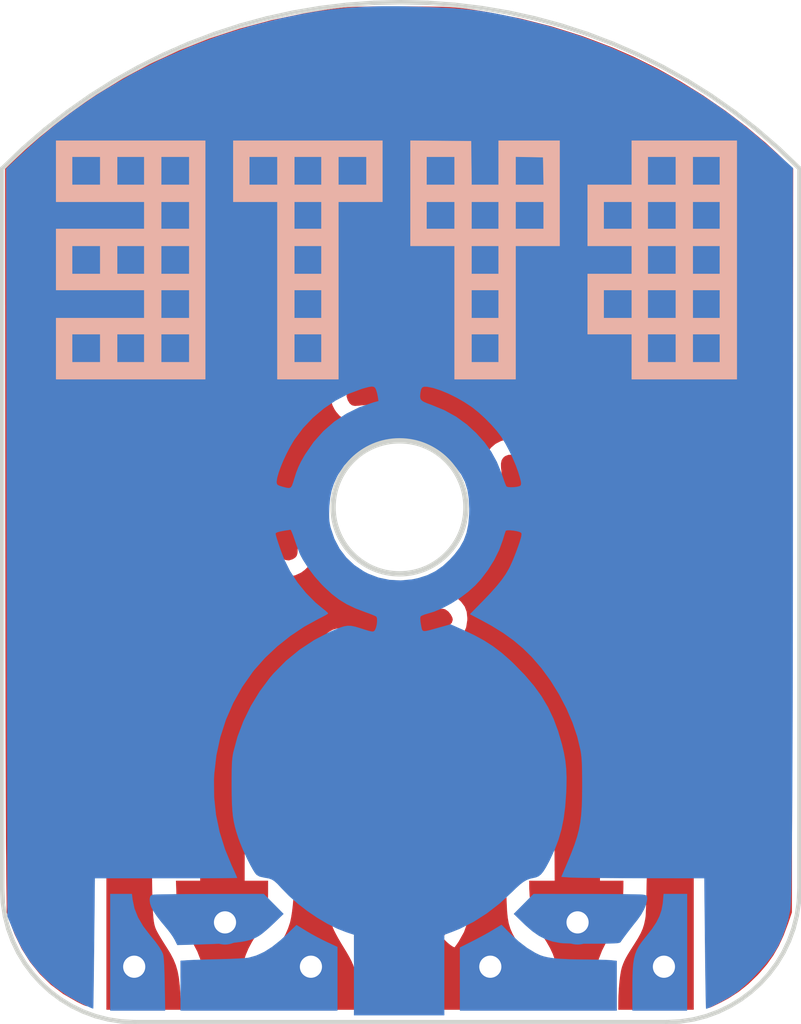
<source format=kicad_pcb>
(kicad_pcb (version 20171130) (host pcbnew "(5.1.10)-1")

  (general
    (thickness 1.6)
    (drawings 0)
    (tracks 0)
    (zones 0)
    (modules 2)
    (nets 7)
  )

  (page A4)
  (layers
    (0 F.Cu signal)
    (31 B.Cu signal)
    (32 B.Adhes user)
    (33 F.Adhes user)
    (34 B.Paste user)
    (35 F.Paste user)
    (36 B.SilkS user)
    (37 F.SilkS user)
    (38 B.Mask user)
    (39 F.Mask user)
    (40 Dwgs.User user)
    (41 Cmts.User user)
    (42 Eco1.User user)
    (43 Eco2.User user)
    (44 Edge.Cuts user)
    (45 Margin user)
    (46 B.CrtYd user)
    (47 F.CrtYd user)
    (48 B.Fab user)
    (49 F.Fab user)
  )

  (setup
    (last_trace_width 0.25)
    (trace_clearance 0.2)
    (zone_clearance 0.508)
    (zone_45_only no)
    (trace_min 0.2)
    (via_size 0.8)
    (via_drill 0.4)
    (via_min_size 0.4)
    (via_min_drill 0.3)
    (uvia_size 0.3)
    (uvia_drill 0.1)
    (uvias_allowed no)
    (uvia_min_size 0.2)
    (uvia_min_drill 0.1)
    (edge_width 0.05)
    (segment_width 0.2)
    (pcb_text_width 0.3)
    (pcb_text_size 1.5 1.5)
    (mod_edge_width 0.12)
    (mod_text_size 1 1)
    (mod_text_width 0.15)
    (pad_size 1.524 1.524)
    (pad_drill 0.762)
    (pad_to_mask_clearance 0)
    (aux_axis_origin 0 0)
    (visible_elements 7FFFFFFF)
    (pcbplotparams
      (layerselection 0x010fc_ffffffff)
      (usegerberextensions false)
      (usegerberattributes true)
      (usegerberadvancedattributes true)
      (creategerberjobfile true)
      (excludeedgelayer true)
      (linewidth 0.100000)
      (plotframeref false)
      (viasonmask false)
      (mode 1)
      (useauxorigin false)
      (hpglpennumber 1)
      (hpglpenspeed 20)
      (hpglpendiameter 15.000000)
      (psnegative false)
      (psa4output false)
      (plotreference true)
      (plotvalue true)
      (plotinvisibletext false)
      (padsonsilk false)
      (subtractmaskfromsilk false)
      (outputformat 1)
      (mirror false)
      (drillshape 0)
      (scaleselection 1)
      (outputdirectory "BYTE_FSR_Gerbers_V1.0/"))
  )

  (net 0 "")
  (net 1 "Net-(J1-Pad1)")
  (net 2 "Net-(J1-Pad2)")
  (net 3 "Net-(J1-Pad3)")
  (net 4 "Net-(J1-Pad4)")
  (net 5 "Net-(J1-Pad5)")
  (net 6 "Net-(J1-Pad6)")

  (net_class Default "This is the default net class."
    (clearance 0.2)
    (trace_width 0.25)
    (via_dia 0.8)
    (via_drill 0.4)
    (uvia_dia 0.3)
    (uvia_drill 0.1)
    (add_net "Net-(J1-Pad1)")
    (add_net "Net-(J1-Pad2)")
    (add_net "Net-(J1-Pad3)")
    (add_net "Net-(J1-Pad4)")
    (add_net "Net-(J1-Pad5)")
    (add_net "Net-(J1-Pad6)")
  )

  (module BYTE_Sensors:Logo (layer F.Cu) (tedit 6123C4BE) (tstamp 61242136)
    (at 126.19 85.2)
    (fp_text reference Ref** (at -4.63 -4.13) (layer F.SilkS) hide
      (effects (font (size 1.27 1.27) (thickness 0.15)))
    )
    (fp_text value Val** (at 4.9 4.67) (layer F.SilkS) hide
      (effects (font (size 1.27 1.27) (thickness 0.15)))
    )
    (fp_poly (pts (xy 7.755 2.790167) (xy 5.384334 2.790167) (xy 5.384334 1.774167) (xy 5.744167 1.774167)
      (xy 5.744167 2.409167) (xy 6.379167 2.409167) (xy 6.379167 1.774167) (xy 6.760167 1.774167)
      (xy 6.760167 2.409167) (xy 7.374 2.409167) (xy 7.374 1.774167) (xy 6.760167 1.774167)
      (xy 6.379167 1.774167) (xy 5.744167 1.774167) (xy 5.384334 1.774167) (xy 4.3895 1.774167)
      (xy 4.3895 0.779334) (xy 4.749334 0.779334) (xy 4.749334 1.414334) (xy 5.384334 1.414334)
      (xy 5.384334 0.779334) (xy 5.744167 0.779334) (xy 5.744167 1.414334) (xy 6.379167 1.414334)
      (xy 6.379167 0.779334) (xy 6.760167 0.779334) (xy 6.760167 1.414334) (xy 7.374 1.414334)
      (xy 7.374 0.779334) (xy 6.760167 0.779334) (xy 6.379167 0.779334) (xy 5.744167 0.779334)
      (xy 5.384334 0.779334) (xy 4.749334 0.779334) (xy 4.3895 0.779334) (xy 4.3895 0.4195)
      (xy 5.384334 0.4195) (xy 5.384334 -0.2155) (xy 5.744167 -0.2155) (xy 5.744167 0.4195)
      (xy 6.379167 0.4195) (xy 6.379167 -0.2155) (xy 6.760167 -0.2155) (xy 6.760167 0.4195)
      (xy 7.374 0.4195) (xy 7.374 -0.2155) (xy 6.760167 -0.2155) (xy 6.379167 -0.2155)
      (xy 5.744167 -0.2155) (xy 5.384334 -0.2155) (xy 4.3895 -0.2155) (xy 4.3895 -1.210333)
      (xy 4.749334 -1.210333) (xy 4.749334 -0.5965) (xy 5.384334 -0.5965) (xy 5.384334 -1.210333)
      (xy 5.744167 -1.210333) (xy 5.744167 -0.5965) (xy 6.379167 -0.5965) (xy 6.379167 -1.210333)
      (xy 6.760167 -1.210333) (xy 6.760167 -0.5965) (xy 7.374 -0.5965) (xy 7.374 -1.210333)
      (xy 6.760167 -1.210333) (xy 6.379167 -1.210333) (xy 5.744167 -1.210333) (xy 5.384334 -1.210333)
      (xy 4.749334 -1.210333) (xy 4.3895 -1.210333) (xy 4.3895 -1.591333) (xy 5.384334 -1.591333)
      (xy 5.384334 -2.226333) (xy 5.744167 -2.226333) (xy 5.744167 -1.591333) (xy 6.379167 -1.591333)
      (xy 6.379167 -2.226333) (xy 6.760167 -2.226333) (xy 6.760167 -1.591333) (xy 7.374 -1.591333)
      (xy 7.374 -2.226333) (xy 6.760167 -2.226333) (xy 6.379167 -2.226333) (xy 5.744167 -2.226333)
      (xy 5.384334 -2.226333) (xy 5.384334 -2.586166) (xy 7.755 -2.586166) (xy 7.755 2.790167)) (layer B.SilkS) (width 0.01))
    (fp_poly (pts (xy 1.75425 -2.575583) (xy 1.765614 -1.591333) (xy 2.378667 -1.591333) (xy 2.759667 -1.591333)
      (xy 3.395799 -1.591333) (xy 3.389941 -1.903541) (xy 3.384084 -2.21575) (xy 3.071875 -2.221607)
      (xy 2.759667 -2.227465) (xy 2.759667 -1.591333) (xy 2.378667 -1.591333) (xy 2.378667 -2.586166)
      (xy 3.7545 -2.586166) (xy 3.7545 -0.2155) (xy 2.759667 -0.2155) (xy 2.759667 2.790167)
      (xy 1.383834 2.790167) (xy 1.383834 1.774167) (xy 1.764834 1.774167) (xy 1.764834 2.409167)
      (xy 2.378667 2.409167) (xy 2.378667 1.774167) (xy 1.764834 1.774167) (xy 1.383834 1.774167)
      (xy 1.383834 0.779334) (xy 1.764834 0.779334) (xy 1.764834 1.414334) (xy 2.378667 1.414334)
      (xy 2.378667 0.779334) (xy 1.764834 0.779334) (xy 1.383834 0.779334) (xy 1.383834 -0.2155)
      (xy 1.764834 -0.2155) (xy 1.764834 0.4195) (xy 2.378667 0.4195) (xy 2.378667 -0.2155)
      (xy 1.764834 -0.2155) (xy 1.383834 -0.2155) (xy 0.389 -0.2155) (xy 0.389 -1.210333)
      (xy 0.748834 -1.210333) (xy 0.748834 -0.5965) (xy 1.383834 -0.5965) (xy 1.383834 -1.210333)
      (xy 1.764834 -1.210333) (xy 1.764834 -0.5965) (xy 2.378667 -0.5965) (xy 2.378667 -1.210333)
      (xy 2.759667 -1.210333) (xy 2.759667 -0.5965) (xy 3.394667 -0.5965) (xy 3.394667 -1.210333)
      (xy 2.759667 -1.210333) (xy 2.378667 -1.210333) (xy 1.764834 -1.210333) (xy 1.383834 -1.210333)
      (xy 0.748834 -1.210333) (xy 0.389 -1.210333) (xy 0.389 -2.226333) (xy 0.748834 -2.226333)
      (xy 0.748834 -1.591333) (xy 1.383834 -1.591333) (xy 1.383834 -2.226333) (xy 0.748834 -2.226333)
      (xy 0.389 -2.226333) (xy 0.389 -2.586753) (xy 1.75425 -2.575583)) (layer B.SilkS) (width 0.01))
    (fp_poly (pts (xy -0.246 -1.210333) (xy -1.240833 -1.210333) (xy -1.240833 2.790167) (xy -2.616666 2.790167)
      (xy -2.616666 1.774167) (xy -2.235666 1.774167) (xy -2.235666 2.409167) (xy -1.621833 2.409167)
      (xy -1.621833 1.774167) (xy -2.235666 1.774167) (xy -2.616666 1.774167) (xy -2.616666 0.779334)
      (xy -2.235666 0.779334) (xy -2.235666 1.414334) (xy -1.621833 1.414334) (xy -1.621833 0.779334)
      (xy -2.235666 0.779334) (xy -2.616666 0.779334) (xy -2.616666 -0.2155) (xy -2.235666 -0.2155)
      (xy -2.235666 0.4195) (xy -1.621833 0.4195) (xy -1.621833 -0.2155) (xy -2.235666 -0.2155)
      (xy -2.616666 -0.2155) (xy -2.616666 -1.210333) (xy -2.235666 -1.210333) (xy -2.235666 -0.5965)
      (xy -1.621833 -0.5965) (xy -1.621833 -1.210333) (xy -2.235666 -1.210333) (xy -2.616666 -1.210333)
      (xy -3.6115 -1.210333) (xy -3.6115 -2.226333) (xy -3.251666 -2.226333) (xy -3.251666 -1.591333)
      (xy -2.616666 -1.591333) (xy -2.616666 -2.226333) (xy -2.235666 -2.226333) (xy -2.235666 -1.591333)
      (xy -1.621833 -1.591333) (xy -1.621833 -2.226333) (xy -1.240833 -2.226333) (xy -1.240833 -1.591333)
      (xy -0.605833 -1.591333) (xy -0.605833 -2.226333) (xy -1.240833 -2.226333) (xy -1.621833 -2.226333)
      (xy -2.235666 -2.226333) (xy -2.616666 -2.226333) (xy -3.251666 -2.226333) (xy -3.6115 -2.226333)
      (xy -3.6115 -2.586166) (xy -0.246 -2.586166) (xy -0.246 -1.210333)) (layer B.SilkS) (width 0.01))
    (fp_poly (pts (xy -4.2465 2.790167) (xy -7.612 2.790167) (xy -7.612 1.774167) (xy -7.252166 1.774167)
      (xy -7.252166 2.409167) (xy -6.617166 2.409167) (xy -6.617166 1.774167) (xy -6.236166 1.774167)
      (xy -6.236166 2.409167) (xy -5.622333 2.409167) (xy -5.622333 1.774167) (xy -5.241333 1.774167)
      (xy -5.241333 2.409167) (xy -4.606333 2.409167) (xy -4.606333 1.774167) (xy -5.241333 1.774167)
      (xy -5.622333 1.774167) (xy -6.236166 1.774167) (xy -6.617166 1.774167) (xy -7.252166 1.774167)
      (xy -7.612 1.774167) (xy -7.612 1.414334) (xy -5.622333 1.414334) (xy -5.622333 0.779334)
      (xy -5.241333 0.779334) (xy -5.241333 1.414334) (xy -4.606333 1.414334) (xy -4.606333 0.779334)
      (xy -5.241333 0.779334) (xy -5.622333 0.779334) (xy -7.612 0.779334) (xy -7.612 -0.2155)
      (xy -7.252166 -0.2155) (xy -7.252166 0.4195) (xy -6.617166 0.4195) (xy -6.617166 -0.2155)
      (xy -6.236166 -0.2155) (xy -6.236166 0.4195) (xy -5.622333 0.4195) (xy -5.622333 -0.2155)
      (xy -5.241333 -0.2155) (xy -5.241333 0.4195) (xy -4.606333 0.4195) (xy -4.606333 -0.2155)
      (xy -5.241333 -0.2155) (xy -5.622333 -0.2155) (xy -6.236166 -0.2155) (xy -6.617166 -0.2155)
      (xy -7.252166 -0.2155) (xy -7.612 -0.2155) (xy -7.612 -0.5965) (xy -5.622333 -0.5965)
      (xy -5.622333 -1.210333) (xy -5.241333 -1.210333) (xy -5.241333 -0.5965) (xy -4.606333 -0.5965)
      (xy -4.606333 -1.210333) (xy -5.241333 -1.210333) (xy -5.622333 -1.210333) (xy -7.612 -1.210333)
      (xy -7.612 -2.226333) (xy -7.252166 -2.226333) (xy -7.252166 -1.591333) (xy -6.617166 -1.591333)
      (xy -6.617166 -2.226333) (xy -6.236166 -2.226333) (xy -6.236166 -1.591333) (xy -5.622333 -1.591333)
      (xy -5.622333 -2.226333) (xy -5.241333 -2.226333) (xy -5.241333 -1.591333) (xy -4.606333 -1.591333)
      (xy -4.606333 -2.226333) (xy -5.241333 -2.226333) (xy -5.622333 -2.226333) (xy -6.236166 -2.226333)
      (xy -6.617166 -2.226333) (xy -7.252166 -2.226333) (xy -7.612 -2.226333) (xy -7.612 -2.586166)
      (xy -4.2465 -2.586166) (xy -4.2465 2.790167)) (layer B.SilkS) (width 0.01))
  )

  (module BYTE_Sensors:FSR_PCB (layer F.Cu) (tedit 6123B813) (tstamp 61243E57)
    (at 126.49 91.42)
    (path /6123C634)
    (fp_text reference J1 (at 4.34 0.71) (layer F.SilkS) hide
      (effects (font (size 1.27 1.27) (thickness 0.15)))
    )
    (fp_text value FSR (at 4.34 0.71) (layer F.SilkS) hide
      (effects (font (size 1.27 1.27) (thickness 0.15)))
    )
    (fp_poly (pts (xy 5.43 8.54) (xy 5.42 8.72) (xy 5.39 8.82) (xy 5.35 8.96)
      (xy 5.29 9.05) (xy 5.13 9.32) (xy 4.93 9.67) (xy 4.85 9.97)
      (xy 4.82 10.18) (xy 4.79 10.75) (xy 6.48 10.75) (xy 6.48 7.79)
      (xy 5.45 7.79)) (layer F.Mask) (width 0.1))
    (fp_poly (pts (xy -5.73 8.58) (xy -5.72 8.76) (xy -5.69 8.86) (xy -5.65 9)
      (xy -5.59 9.09) (xy -5.43 9.36) (xy -5.23 9.71) (xy -5.15 10.01)
      (xy -5.12 10.22) (xy -5.09 10.79) (xy -6.78 10.79) (xy -6.78 7.83)
      (xy -5.75 7.83)) (layer F.Mask) (width 0.1))
    (fp_poly (pts (xy -4.574843 10.577117) (xy -4.581972 10.471645) (xy -4.586924 10.358012) (xy -4.588532 10.271732)
      (xy -4.595712 10.109171) (xy -4.615612 9.942265) (xy -4.645775 9.787728) (xy -4.674364 9.687925)
      (xy -4.700301 9.627355) (xy -4.744061 9.540957) (xy -4.800421 9.438418) (xy -4.864158 9.32942)
      (xy -4.89413 9.2804) (xy -4.980799 9.13846) (xy -5.047004 9.02379) (xy -5.096405 8.928873)
      (xy -5.132661 8.84619) (xy -5.159429 8.768224) (xy -5.178292 8.696477) (xy -5.191143 8.624652)
      (xy -5.204521 8.521717) (xy -5.21742 8.398868) (xy -5.228835 8.2673) (xy -5.237759 8.138211)
      (xy -5.243188 8.022795) (xy -5.244364 7.960936) (xy -5.244699 7.839227) (xy -3.123526 7.839227)
      (xy -3.137739 8.193769) (xy -3.143812 8.322136) (xy -3.151294 8.444971) (xy -3.159441 8.552003)
      (xy -3.167506 8.632958) (xy -3.171857 8.663945) (xy -3.212331 8.809299) (xy -3.247781 8.888695)
      (xy -3.83107 8.888695) (xy -3.835852 8.778126) (xy -3.882282 8.672716) (xy -3.92842 8.614525)
      (xy -4.024923 8.538135) (xy -4.131801 8.501313) (xy -4.244121 8.505002) (xy -4.333375 8.537137)
      (xy -4.432975 8.608136) (xy -4.49589 8.699595) (xy -4.521129 8.809215) (xy -4.507701 8.934694)
      (xy -4.506588 8.939073) (xy -4.460256 9.046671) (xy -4.388963 9.126334) (xy -4.300192 9.17732)
      (xy -4.201427 9.19889) (xy -4.10015 9.190302) (xy -4.003843 9.150818) (xy -3.91999 9.079695)
      (xy -3.868275 9.002237) (xy -3.83107 8.888695) (xy -3.247781 8.888695) (xy -3.287791 8.978302)
      (xy -3.39826 9.171004) (xy -3.43468 9.228006) (xy -3.536755 9.391993) (xy -3.614527 9.535111)
      (xy -3.672814 9.667217) (xy -3.716438 9.798165) (xy -3.720289 9.811978) (xy -3.741976 9.911259)
      (xy -3.762296 10.041168) (xy -3.78 10.19) (xy -3.79384 10.346049) (xy -3.802569 10.49761)
      (xy -3.80503 10.606769) (xy -3.805366 10.739061) (xy -4.561154 10.739061) (xy -4.574843 10.577117)) (layer F.Mask) (width 0.01))
    (fp_poly (pts (xy 2.25588 8.069217) (xy 2.263009 8.174689) (xy 2.267961 8.288322) (xy 2.269569 8.374602)
      (xy 2.276749 8.537163) (xy 2.296649 8.704069) (xy 2.326812 8.858606) (xy 2.355401 8.958409)
      (xy 2.381338 9.018979) (xy 2.425098 9.105377) (xy 2.481458 9.207916) (xy 2.545195 9.316914)
      (xy 2.575167 9.365934) (xy 2.661836 9.507874) (xy 2.728041 9.622544) (xy 2.777442 9.717461)
      (xy 2.813698 9.800144) (xy 2.840466 9.87811) (xy 2.859329 9.949857) (xy 2.87218 10.021682)
      (xy 2.885558 10.124617) (xy 2.898457 10.247466) (xy 2.909872 10.379034) (xy 2.918796 10.508123)
      (xy 2.924225 10.623539) (xy 2.925401 10.685398) (xy 2.925736 10.807107) (xy 0.804563 10.807107)
      (xy 0.818776 10.452565) (xy 0.824849 10.324198) (xy 0.832331 10.201363) (xy 0.840478 10.094331)
      (xy 0.848543 10.013376) (xy 0.852894 9.982389) (xy 0.893368 9.837035) (xy 0.928818 9.757639)
      (xy 1.512107 9.757639) (xy 1.516889 9.868208) (xy 1.563319 9.973618) (xy 1.609457 10.031809)
      (xy 1.70596 10.108199) (xy 1.812838 10.145021) (xy 1.925158 10.141332) (xy 2.014412 10.109197)
      (xy 2.114012 10.038198) (xy 2.176927 9.946739) (xy 2.202166 9.837119) (xy 2.188738 9.71164)
      (xy 2.187625 9.707261) (xy 2.141293 9.599663) (xy 2.07 9.52) (xy 1.981229 9.469014)
      (xy 1.882464 9.447444) (xy 1.781187 9.456032) (xy 1.68488 9.495516) (xy 1.601027 9.566639)
      (xy 1.549312 9.644097) (xy 1.512107 9.757639) (xy 0.928818 9.757639) (xy 0.968828 9.668032)
      (xy 1.079297 9.47533) (xy 1.115717 9.418328) (xy 1.217792 9.254341) (xy 1.295564 9.111223)
      (xy 1.353851 8.979117) (xy 1.397475 8.848169) (xy 1.401326 8.834356) (xy 1.423013 8.735075)
      (xy 1.443333 8.605166) (xy 1.461037 8.456334) (xy 1.474877 8.300285) (xy 1.483606 8.148724)
      (xy 1.486067 8.039565) (xy 1.486403 7.907273) (xy 2.242191 7.907273) (xy 2.25588 8.069217)) (layer F.Mask) (width 0.01))
    (fp_poly (pts (xy 3.465349 10.609797) (xy 3.45822 10.504325) (xy 3.453268 10.390692) (xy 3.45166 10.304412)
      (xy 3.44448 10.141851) (xy 3.42458 9.974945) (xy 3.394417 9.820408) (xy 3.365828 9.720605)
      (xy 3.339891 9.660035) (xy 3.296131 9.573637) (xy 3.239771 9.471098) (xy 3.176034 9.3621)
      (xy 3.146062 9.31308) (xy 3.059393 9.17114) (xy 2.993188 9.05647) (xy 2.943787 8.961553)
      (xy 2.907531 8.87887) (xy 2.880763 8.800904) (xy 2.8619 8.729157) (xy 2.849049 8.657332)
      (xy 2.835671 8.554397) (xy 2.822772 8.431548) (xy 2.811357 8.29998) (xy 2.802433 8.170891)
      (xy 2.797004 8.055475) (xy 2.795828 7.993616) (xy 2.795493 7.871907) (xy 4.916666 7.871907)
      (xy 4.902453 8.226449) (xy 4.89638 8.354816) (xy 4.888898 8.477651) (xy 4.880751 8.584683)
      (xy 4.872686 8.665638) (xy 4.868335 8.696625) (xy 4.827861 8.841979) (xy 4.792411 8.921375)
      (xy 4.209122 8.921375) (xy 4.20434 8.810806) (xy 4.15791 8.705396) (xy 4.111772 8.647205)
      (xy 4.015269 8.570815) (xy 3.908391 8.533993) (xy 3.796071 8.537682) (xy 3.706817 8.569817)
      (xy 3.607217 8.640816) (xy 3.544302 8.732275) (xy 3.519063 8.841895) (xy 3.532491 8.967374)
      (xy 3.533604 8.971753) (xy 3.579936 9.079351) (xy 3.651229 9.159014) (xy 3.74 9.21)
      (xy 3.838765 9.23157) (xy 3.940042 9.222982) (xy 4.036349 9.183498) (xy 4.120202 9.112375)
      (xy 4.171917 9.034917) (xy 4.209122 8.921375) (xy 4.792411 8.921375) (xy 4.752401 9.010982)
      (xy 4.641932 9.203684) (xy 4.605512 9.260686) (xy 4.503437 9.424673) (xy 4.425665 9.567791)
      (xy 4.367378 9.699897) (xy 4.323754 9.830845) (xy 4.319903 9.844658) (xy 4.298216 9.943939)
      (xy 4.277896 10.073848) (xy 4.260192 10.22268) (xy 4.246352 10.378729) (xy 4.237623 10.53029)
      (xy 4.235162 10.639449) (xy 4.234826 10.771741) (xy 3.479038 10.771741) (xy 3.465349 10.609797)) (layer F.Mask) (width 0.01))
    (fp_poly (pts (xy -1.769689 8.040203) (xy -1.76256 8.145675) (xy -1.757608 8.259308) (xy -1.756 8.345588)
      (xy -1.74882 8.508149) (xy -1.72892 8.675055) (xy -1.698757 8.829592) (xy -1.670168 8.929395)
      (xy -1.644231 8.989965) (xy -1.600471 9.076363) (xy -1.544111 9.178902) (xy -1.480374 9.2879)
      (xy -1.450402 9.33692) (xy -1.363733 9.47886) (xy -1.297528 9.59353) (xy -1.248127 9.688447)
      (xy -1.211871 9.77113) (xy -1.185103 9.849096) (xy -1.16624 9.920843) (xy -1.153389 9.992668)
      (xy -1.140011 10.095603) (xy -1.127112 10.218452) (xy -1.115697 10.35002) (xy -1.106773 10.479109)
      (xy -1.101344 10.594525) (xy -1.100168 10.656384) (xy -1.099833 10.778093) (xy -3.221006 10.778093)
      (xy -3.206793 10.423551) (xy -3.20072 10.295184) (xy -3.193238 10.172349) (xy -3.185091 10.065317)
      (xy -3.177026 9.984362) (xy -3.172675 9.953375) (xy -3.132201 9.808021) (xy -3.096751 9.728625)
      (xy -2.513462 9.728625) (xy -2.50868 9.839194) (xy -2.46225 9.944604) (xy -2.416112 10.002795)
      (xy -2.319609 10.079185) (xy -2.212731 10.116007) (xy -2.100411 10.112318) (xy -2.011157 10.080183)
      (xy -1.911557 10.009184) (xy -1.848642 9.917725) (xy -1.823403 9.808105) (xy -1.836831 9.682626)
      (xy -1.837944 9.678247) (xy -1.884276 9.570649) (xy -1.955569 9.490986) (xy -2.04434 9.44)
      (xy -2.143105 9.41843) (xy -2.244382 9.427018) (xy -2.340689 9.466502) (xy -2.424542 9.537625)
      (xy -2.476257 9.615083) (xy -2.513462 9.728625) (xy -3.096751 9.728625) (xy -3.056741 9.639018)
      (xy -2.946272 9.446316) (xy -2.909852 9.389314) (xy -2.807777 9.225327) (xy -2.730005 9.082209)
      (xy -2.671718 8.950103) (xy -2.628094 8.819155) (xy -2.624243 8.805342) (xy -2.602556 8.706061)
      (xy -2.582236 8.576152) (xy -2.564532 8.42732) (xy -2.550692 8.271271) (xy -2.541963 8.11971)
      (xy -2.539502 8.010551) (xy -2.539166 7.878259) (xy -1.783378 7.878259) (xy -1.769689 8.040203)) (layer F.Mask) (width 0.01))
    (fp_poly (pts (xy 6.327299 10.802708) (xy 5.099632 10.802708) (xy 5.1 10.3) (xy 5.101479 10.087863)
      (xy 5.1067 9.911731) (xy 5.116383 9.778554) (xy 5.480632 9.778554) (xy 5.499767 9.875196)
      (xy 5.551356 9.969559) (xy 5.626676 10.049539) (xy 5.713466 10.101653) (xy 5.796164 10.120306)
      (xy 5.891637 10.121581) (xy 5.978733 10.106059) (xy 6.010027 10.093507) (xy 6.067665 10.046044)
      (xy 6.123039 9.970776) (xy 6.167401 9.881729) (xy 6.190088 9.80475) (xy 6.191651 9.72624)
      (xy 6.165004 9.63906) (xy 6.161785 9.631664) (xy 6.099024 9.533318) (xy 6.016796 9.466538)
      (xy 5.922066 9.42982) (xy 5.821799 9.421663) (xy 5.722961 9.440565) (xy 5.632518 9.485023)
      (xy 5.557435 9.553536) (xy 5.504676 9.644601) (xy 5.481208 9.756716) (xy 5.480632 9.778554)
      (xy 5.116383 9.778554) (xy 5.117345 9.765326) (xy 5.135098 9.64237) (xy 5.161642 9.536583)
      (xy 5.198659 9.441689) (xy 5.247834 9.351408) (xy 5.310849 9.259462) (xy 5.389388 9.159574)
      (xy 5.413594 9.130284) (xy 5.542022 8.966716) (xy 5.639562 8.819443) (xy 5.710007 8.680484)
      (xy 5.757151 8.541858) (xy 5.784787 8.395585) (xy 5.790951 8.336476) (xy 5.804344 8.178042)
      (xy 6.327299 8.178042) (xy 6.327299 10.802708)) (layer B.Mask) (width 0.01))
    (fp_poly (pts (xy 2.329152 9.067758) (xy 2.519545 9.244414) (xy 2.713037 9.392547) (xy 2.903245 9.507549)
      (xy 3.002839 9.554457) (xy 3.086143 9.583222) (xy 3.188331 9.606585) (xy 3.313361 9.624912)
      (xy 3.465193 9.63857) (xy 3.647785 9.647924) (xy 3.865096 9.653341) (xy 4.091462 9.655148)
      (xy 4.225484 9.656163) (xy 4.354841 9.658503) (xy 4.469499 9.661887) (xy 4.559422 9.666034)
      (xy 4.604754 9.669494) (xy 4.734859 9.683092) (xy 4.734859 10.798895) (xy 1.200026 10.798895)
      (xy 1.200026 9.807344) (xy 1.475083 9.807344) (xy 1.504541 9.91493) (xy 1.570393 10.012064)
      (xy 1.642868 10.073433) (xy 1.741831 10.11584) (xy 1.850782 10.11985) (xy 1.962431 10.085714)
      (xy 2.007032 10.060917) (xy 2.1 9.98) (xy 2.155705 9.879159) (xy 2.173692 9.76277)
      (xy 2.158391 9.657906) (xy 2.109423 9.565924) (xy 2.038762 9.491731) (xy 1.93808 9.427843)
      (xy 1.831629 9.404806) (xy 1.724708 9.422608) (xy 1.622616 9.481241) (xy 1.60917 9.492567)
      (xy 1.526987 9.589095) (xy 1.482428 9.696377) (xy 1.475083 9.807344) (xy 1.200026 9.807344)
      (xy 1.200026 9.381031) (xy 1.472344 9.244572) (xy 1.5927 9.182659) (xy 1.720465 9.114267)
      (xy 1.840582 9.047606) (xy 1.937988 8.990884) (xy 1.940012 8.989659) (xy 2.135361 8.871204)
      (xy 2.329152 9.067758)) (layer B.Mask) (width 0.01))
    (fp_poly (pts (xy 4.064455 8.177082) (xy 4.288284 8.177579) (xy 4.501465 8.17857) (xy 4.699866 8.18)
      (xy 4.879353 8.181817) (xy 5.035793 8.183964) (xy 5.165052 8.18639) (xy 5.262998 8.18904)
      (xy 5.325496 8.191859) (xy 5.345417 8.193804) (xy 5.39772 8.20537) (xy 5.421623 8.223534)
      (xy 5.427135 8.261859) (xy 5.425667 8.302543) (xy 5.406628 8.399502) (xy 5.360894 8.514133)
      (xy 5.293507 8.636088) (xy 5.209508 8.755024) (xy 5.198611 8.768529) (xy 5.13425 8.848484)
      (xy 5.063759 8.93827) (xy 4.99321 9.029894) (xy 4.928676 9.115367) (xy 4.876229 9.186697)
      (xy 4.841943 9.235895) (xy 4.835132 9.246793) (xy 4.826164 9.258577) (xy 4.81138 9.267859)
      (xy 4.786026 9.274968) (xy 4.745346 9.280235) (xy 4.684584 9.28399) (xy 4.598985 9.286563)
      (xy 4.483793 9.288286) (xy 4.334252 9.289487) (xy 4.210715 9.290175) (xy 4.047576 9.290348)
      (xy 3.891412 9.289289) (xy 3.749243 9.287139) (xy 3.628091 9.284038) (xy 3.534975 9.280128)
      (xy 3.476919 9.275551) (xy 3.47558 9.275377) (xy 3.298241 9.242068) (xy 3.138612 9.189468)
      (xy 2.98815 9.113073) (xy 2.838308 9.00838) (xy 2.680543 8.870885) (xy 2.646786 8.838568)
      (xy 2.538582 8.733603) (xy 3.480575 8.733603) (xy 3.48413 8.842688) (xy 3.528188 8.945099)
      (xy 3.611847 9.038232) (xy 3.680628 9.088546) (xy 3.739527 9.125464) (xy 3.778318 9.143265)
      (xy 3.813466 9.144151) (xy 3.861435 9.130325) (xy 3.898131 9.117631) (xy 3.991042 9.082497)
      (xy 4.054279 9.048541) (xy 4.099462 9.007606) (xy 4.138209 8.951537) (xy 4.140671 8.947362)
      (xy 4.183955 8.835744) (xy 4.186392 8.722845) (xy 4.148986 8.613754) (xy 4.07274 8.513562)
      (xy 4.051163 8.493491) (xy 4.001634 8.455584) (xy 3.953212 8.436576) (xy 3.88746 8.430437)
      (xy 3.857722 8.430211) (xy 3.726593 8.447066) (xy 3.621535 8.49709) (xy 3.541777 8.580715)
      (xy 3.518425 8.62045) (xy 3.480575 8.733603) (xy 2.538582 8.733603) (xy 2.424417 8.622857)
      (xy 2.646289 8.39936) (xy 2.86816 8.175863) (xy 4.064455 8.177082)) (layer B.Mask) (width 0.01))
    (fp_poly (pts (xy -3.004455 8.405432) (xy -2.782583 8.628998) (xy -2.988335 8.827784) (xy -3.076019 8.91)
      (xy -3.164525 8.988697) (xy -3.243785 9.055174) (xy -3.303727 9.100727) (xy -3.305835 9.102163)
      (xy -3.372528 9.143468) (xy -3.443526 9.178609) (xy -3.522979 9.208214) (xy -3.615039 9.232912)
      (xy -3.72386 9.253331) (xy -3.853592 9.270099) (xy -4.008387 9.283845) (xy -4.192398 9.295197)
      (xy -4.409777 9.304783) (xy -4.664675 9.313232) (xy -4.70892 9.314512) (xy -5.174758 9.327769)
      (xy -5.230759 9.215193) (xy -5.271963 9.144815) (xy -5.330797 9.059546) (xy -5.396022 8.975455)
      (xy -5.410505 8.95825) (xy -5.538602 8.804664) (xy -5.591884 8.735324) (xy -4.518422 8.735324)
      (xy -4.516168 8.831932) (xy -4.47913 8.930124) (xy -4.413462 9.020713) (xy -4.32532 9.094513)
      (xy -4.253034 9.131462) (xy -4.192285 9.143495) (xy -4.120327 9.132939) (xy -4.027226 9.098051)
      (xy -4.005106 9.087958) (xy -3.910841 9.02851) (xy -3.851599 8.951347) (xy -3.82343 8.849984)
      (xy -3.81975 8.783566) (xy -3.836209 8.656348) (xy -3.883984 8.555608) (xy -3.96067 8.483903)
      (xy -4.063861 8.443792) (xy -4.146651 8.435867) (xy -4.27504 8.453929) (xy -4.380994 8.506099)
      (xy -4.460753 8.589346) (xy -4.510558 8.700645) (xy -4.518422 8.735324) (xy -5.591884 8.735324)
      (xy -5.637935 8.675395) (xy -5.710946 8.566158) (xy -5.76008 8.472668) (xy -5.78778 8.390639)
      (xy -5.796492 8.315787) (xy -5.794949 8.284125) (xy -5.780766 8.230479) (xy -5.745636 8.203925)
      (xy -5.735333 8.200683) (xy -5.704909 8.197977) (xy -5.636089 8.195361) (xy -5.53281 8.192888)
      (xy -5.39901 8.190608) (xy -5.238624 8.188574) (xy -5.05559 8.186835) (xy -4.853847 8.185444)
      (xy -4.637329 8.184451) (xy -4.454372 8.183976) (xy -3.226327 8.181867) (xy -3.004455 8.405432)) (layer B.Mask) (width 0.01))
    (fp_poly (pts (xy -2.27029 9.0075) (xy -2.157472 9.073516) (xy -2.024983 9.145911) (xy -1.892058 9.214381)
      (xy -1.810179 9.253934) (xy -1.566013 9.367556) (xy -1.566013 10.797625) (xy -5.100846 10.797625)
      (xy -5.100846 9.717287) (xy -2.508294 9.717287) (xy -2.504357 9.824462) (xy -2.466587 9.928141)
      (xy -2.396228 10.020656) (xy -2.319307 10.080267) (xy -2.232426 10.112291) (xy -2.129607 10.119705)
      (xy -2.029246 10.102657) (xy -1.972241 10.077442) (xy -1.904861 10.014373) (xy -1.853496 9.92331)
      (xy -1.824545 9.817486) (xy -1.820478 9.763657) (xy -1.83757 9.643944) (xy -1.885725 9.546177)
      (xy -1.95829 9.473072) (xy -2.048615 9.427343) (xy -2.150049 9.411706) (xy -2.25594 9.428876)
      (xy -2.359639 9.481566) (xy -2.40969 9.523137) (xy -2.477153 9.614289) (xy -2.508294 9.717287)
      (xy -5.100846 9.717287) (xy -5.100846 9.679592) (xy -4.926221 9.667811) (xy -4.854947 9.664042)
      (xy -4.749793 9.659863) (xy -4.619208 9.655542) (xy -4.471642 9.651345) (xy -4.315541 9.647539)
      (xy -4.222429 9.645577) (xy -4.068877 9.641679) (xy -3.922193 9.636353) (xy -3.79 9.63)
      (xy -3.679918 9.623018) (xy -3.599568 9.615809) (xy -3.566775 9.611168) (xy -3.391238 9.562259)
      (xy -3.213819 9.480751) (xy -3.031265 9.364656) (xy -2.840322 9.211987) (xy -2.698165 9.080581)
      (xy -2.486235 8.874687) (xy -2.27029 9.0075)) (layer B.Mask) (width 0.01))
    (fp_poly (pts (xy -6.19097 8.316151) (xy -6.14796 8.51977) (xy -6.06831 8.720605) (xy -5.95034 8.922085)
      (xy -5.79396 9.125776) (xy -5.675114 9.270992) (xy -5.586952 9.39273) (xy -5.527283 9.494181)
      (xy -5.503337 9.549109) (xy -5.493471 9.596076) (xy -5.484931 9.68) (xy -5.477646 9.802146)
      (xy -5.471545 9.963778) (xy -5.466557 10.166163) (xy -5.465514 10.221151) (xy -5.454734 10.819109)
      (xy -6.687833 10.819109) (xy -6.687833 9.790569) (xy -6.531998 9.790569) (xy -6.5286 9.830612)
      (xy -6.486477 9.944501) (xy -6.416175 10.035481) (xy -6.325035 10.099727) (xy -6.220401 10.133416)
      (xy -6.109613 10.132726) (xy -6.011439 10.099922) (xy -5.914858 10.029508) (xy -5.852545 9.934254)
      (xy -5.824444 9.814076) (xy -5.82444 9.814034) (xy -5.833007 9.693747) (xy -5.875705 9.589248)
      (xy -5.946598 9.506068) (xy -6.039752 9.449736) (xy -6.149229 9.425781) (xy -6.234857 9.431691)
      (xy -6.320396 9.465676) (xy -6.400328 9.528672) (xy -6.467204 9.610563) (xy -6.513577 9.701234)
      (xy -6.531998 9.790569) (xy -6.687833 9.790569) (xy -6.687833 8.194443) (xy -6.205878 8.194443)
      (xy -6.19097 8.316151)) (layer B.Mask) (width 0.01))
    (fp_poly (pts (xy -0.146857 -11.834037) (xy 0.286584 -11.823334) (xy 0.582489 -11.812231) (xy 0.842697 -11.800235)
      (xy 1.073846 -11.786593) (xy 1.282573 -11.770552) (xy 1.475512 -11.751361) (xy 1.659303 -11.728266)
      (xy 1.84058 -11.700517) (xy 2.025982 -11.667359) (xy 2.222144 -11.628042) (xy 2.435704 -11.581812)
      (xy 2.454938 -11.577524) (xy 3.18396 -11.393849) (xy 3.892946 -11.172898) (xy 4.582046 -10.914608)
      (xy 5.251408 -10.618915) (xy 5.90118 -10.285756) (xy 6.531512 -9.915065) (xy 6.91175 -9.666951)
      (xy 7.128337 -9.516748) (xy 7.338363 -9.363784) (xy 7.547701 -9.203334) (xy 7.762225 -9.030669)
      (xy 7.987807 -8.841063) (xy 8.230321 -8.629789) (xy 8.495638 -8.39212) (xy 8.496138 -8.391666)
      (xy 8.71811 -8.190583) (xy 8.718335 -1.692416) (xy 8.718251 -0.806435) (xy 8.717935 0.037496)
      (xy 8.717385 0.83966) (xy 8.7166 1.600339) (xy 8.715578 2.319818) (xy 8.714317 2.998377)
      (xy 8.712815 3.636301) (xy 8.711072 4.233872) (xy 8.709086 4.791372) (xy 8.706854 5.309085)
      (xy 8.704375 5.787293) (xy 8.701648 6.22628) (xy 8.69867 6.626327) (xy 8.695441 6.987719)
      (xy 8.691959 7.310737) (xy 8.688221 7.595664) (xy 8.684227 7.842784) (xy 8.679974 8.052378)
      (xy 8.675461 8.22473) (xy 8.670687 8.360124) (xy 8.665649 8.45884) (xy 8.660347 8.521163)
      (xy 8.658981 8.531084) (xy 8.61598 8.736716) (xy 8.55161 8.953108) (xy 8.471313 9.165041)
      (xy 8.380529 9.357297) (xy 8.334419 9.438796) (xy 8.233473 9.588742) (xy 8.106593 9.751006)
      (xy 7.961691 9.917289) (xy 7.80668 10.07929) (xy 7.649472 10.228709) (xy 7.49798 10.357247)
      (xy 7.370536 10.449873) (xy 7.296432 10.495825) (xy 7.207337 10.547335) (xy 7.110535 10.600644)
      (xy 7.013309 10.651995) (xy 6.922944 10.697629) (xy 6.846726 10.73379) (xy 6.791937 10.756718)
      (xy 6.765863 10.762655) (xy 6.76514 10.762195) (xy 6.763353 10.739996) (xy 6.761243 10.678901)
      (xy 6.758867 10.582343) (xy 6.756283 10.453758) (xy 6.753547 10.296581) (xy 6.750717 10.114245)
      (xy 6.747851 9.910187) (xy 6.745006 9.687841) (xy 6.742239 9.450642) (xy 6.740482 9.287398)
      (xy 6.725224 7.822) (xy 5.305071 7.819631) (xy 5.057646 7.819021) (xy 4.818121 7.818053)
      (xy 4.59061 7.816767) (xy 4.379223 7.815203) (xy 4.188074 7.813403) (xy 4.021275 7.811406)
      (xy 3.882939 7.809253) (xy 3.777178 7.806984) (xy 3.708104 7.804641) (xy 3.692571 7.803756)
      (xy 3.500226 7.79025) (xy 3.643721 7.451584) (xy 3.728112 7.24686) (xy 3.796863 7.064971)
      (xy 3.851504 6.89785) (xy 3.893564 6.737427) (xy 3.924572 6.575633) (xy 3.946058 6.4044)
      (xy 3.95955 6.215659) (xy 3.966579 6.001341) (xy 3.968673 5.753377) (xy 3.968675 5.737084)
      (xy 3.968122 5.546649) (xy 3.966353 5.391953) (xy 3.963051 5.26641) (xy 3.957895 5.163436)
      (xy 3.950568 5.076445) (xy 3.940751 4.998852) (xy 3.929732 4.93275) (xy 3.856439 4.626395)
      (xy 3.748669 4.309706) (xy 3.610341 3.990173) (xy 3.445376 3.675286) (xy 3.257697 3.372533)
      (xy 3.051222 3.089404) (xy 2.831607 2.835217) (xy 2.629981 2.636965) (xy 2.41576 2.456627)
      (xy 2.180976 2.288359) (xy 1.917659 2.126317) (xy 1.708774 2.011715) (xy 1.437631 1.869118)
      (xy 1.731445 1.570017) (xy 1.89876 1.39517) (xy 2.036447 1.24076) (xy 2.148587 1.101616)
      (xy 2.239261 0.972566) (xy 2.312548 0.848437) (xy 2.33482 0.80525) (xy 2.376896 0.714406)
      (xy 2.423821 0.603073) (xy 2.471732 0.481568) (xy 2.51677 0.360209) (xy 2.555072 0.249313)
      (xy 2.582779 0.159198) (xy 2.594109 0.112389) (xy 2.600829 0.059338) (xy 2.589901 0.031382)
      (xy 2.554525 0.012695) (xy 2.55063 0.011201) (xy 2.488969 -0.006169) (xy 2.414522 -0.018778)
      (xy 2.339924 -0.025608) (xy 2.277811 -0.025642) (xy 2.240819 -0.017861) (xy 2.236652 -0.014091)
      (xy 2.224919 0.015175) (xy 2.205213 0.074545) (xy 2.181 0.153363) (xy 2.170085 0.190513)
      (xy 2.087758 0.416888) (xy 1.97273 0.648488) (xy 1.831507 0.874574) (xy 1.670597 1.084411)
      (xy 1.546936 1.218675) (xy 1.386013 1.363319) (xy 1.203158 1.500428) (xy 1.008059 1.624234)
      (xy 0.810404 1.728966) (xy 0.619882 1.808855) (xy 0.489237 1.848573) (xy 0.410871 1.871235)
      (xy 0.348305 1.895706) (xy 0.313472 1.917201) (xy 0.311357 1.919902) (xy 0.302827 1.964923)
      (xy 0.31002 2.048399) (xy 0.320371 2.109233) (xy 0.331636 2.170696) (xy 0.342672 2.214867)
      (xy 0.359468 2.242774) (xy 0.38801 2.255446) (xy 0.434285 2.253911) (xy 0.50428 2.239196)
      (xy 0.603982 2.21233) (xy 0.724185 2.178577) (xy 0.992453 2.103668) (xy 1.263935 2.223725)
      (xy 1.521406 2.344699) (xy 1.747225 2.467446) (xy 1.95176 2.598869) (xy 2.14538 2.745875)
      (xy 2.338453 2.915366) (xy 2.421442 2.994497) (xy 2.663304 3.242731) (xy 2.869403 3.483674)
      (xy 3.043861 3.724229) (xy 3.190796 3.971298) (xy 3.314329 4.231786) (xy 3.41858 4.512595)
      (xy 3.504896 4.809834) (xy 3.549324 4.999494) (xy 3.580562 5.177881) (xy 3.599589 5.356421)
      (xy 3.607382 5.546544) (xy 3.60492 5.759677) (xy 3.598773 5.906417) (xy 3.576935 6.206762)
      (xy 3.54226 6.475303) (xy 3.492443 6.721239) (xy 3.425181 6.953767) (xy 3.338169 7.182087)
      (xy 3.229103 7.415396) (xy 3.212735 7.447446) (xy 3.143962 7.575218) (xy 3.085345 7.669028)
      (xy 3.031764 7.734392) (xy 2.978098 7.77683) (xy 2.919229 7.801859) (xy 2.874943 7.811537)
      (xy 2.790714 7.829745) (xy 2.714431 7.858214) (xy 2.638704 7.901721) (xy 2.556144 7.965043)
      (xy 2.459362 8.052955) (xy 2.378366 8.132513) (xy 2.100653 8.388199) (xy 1.80953 8.613132)
      (xy 1.509871 8.804042) (xy 1.20655 8.957661) (xy 1.056534 9.018904) (xy 0.8475 9.097313)
      (xy 0.8475 10.912334) (xy -1.1845 10.912334) (xy -1.1845 9.095477) (xy -1.359125 9.038508)
      (xy -1.565269 8.957813) (xy -1.786298 8.847321) (xy -2.013912 8.712654) (xy -2.239815 8.559437)
      (xy -2.455707 8.393293) (xy -2.65329 8.219846) (xy -2.822261 8.046968) (xy -2.906638 7.955935)
      (xy -2.975273 7.892845) (xy -3.037776 7.851734) (xy -3.103752 7.826638) (xy -3.182811 7.811596)
      (xy -3.206231 7.80865) (xy -3.315975 7.783889) (xy -3.384398 7.745876) (xy -3.419626 7.703709)
      (xy -3.466644 7.629424) (xy -3.521841 7.530335) (xy -3.581606 7.413755) (xy -3.642328 7.286999)
      (xy -3.700397 7.157381) (xy -3.752202 7.032215) (xy -3.794131 6.918816) (xy -3.797235 6.909625)
      (xy -3.839166 6.778447) (xy -3.87253 6.658033) (xy -3.898269 6.54087) (xy -3.917325 6.419444)
      (xy -3.930641 6.286242) (xy -3.939157 6.13375) (xy -3.943818 5.954455) (xy -3.945564 5.740842)
      (xy -3.945598 5.7265) (xy -3.945495 5.544996) (xy -3.944142 5.399301) (xy -3.94121 5.2829)
      (xy -3.936374 5.189278) (xy -3.929304 5.111923) (xy -3.919675 5.044318) (xy -3.908388 4.985667)
      (xy -3.813288 4.633393) (xy -3.679958 4.282561) (xy -3.512103 3.940414) (xy -3.313428 3.614196)
      (xy -3.087636 3.31115) (xy -2.999135 3.207667) (xy -2.720391 2.925516) (xy -2.4131 2.673943)
      (xy -2.079743 2.454725) (xy -1.722799 2.26964) (xy -1.638578 2.232492) (xy -1.514126 2.181766)
      (xy -1.415562 2.149715) (xy -1.331236 2.135445) (xy -1.249496 2.138063) (xy -1.158694 2.156674)
      (xy -1.055308 2.187744) (xy -0.937771 2.22537) (xy -0.853692 2.250403) (xy -0.796364 2.263633)
      (xy -0.759082 2.265852) (xy -0.735142 2.25785) (xy -0.717838 2.240419) (xy -0.709653 2.228529)
      (xy -0.685006 2.172551) (xy -0.668351 2.100027) (xy -0.661004 2.024929) (xy -0.664277 1.961229)
      (xy -0.679484 1.922899) (xy -0.680806 1.921709) (xy -0.712469 1.90473) (xy -0.774596 1.878325)
      (xy -0.857485 1.846438) (xy -0.93028 1.820308) (xy -1.154611 1.73472) (xy -1.347815 1.6428)
      (xy -1.52109 1.537406) (xy -1.685633 1.411399) (xy -1.852642 1.257637) (xy -1.920745 1.188728)
      (xy -2.074403 1.015635) (xy -2.21669 0.828072) (xy -2.337551 0.639868) (xy -2.390567 0.542448)
      (xy -2.416262 0.484488) (xy -2.45004 0.398384) (xy -2.487264 0.296369) (xy -2.518977 0.203781)
      (xy -2.551437 0.109926) (xy -2.580645 0.033076) (xy -2.603501 -0.019115) (xy -2.616906 -0.038992)
      (xy -2.617298 -0.038997) (xy -2.753692 -0.018324) (xy -2.852146 0.000137) (xy -2.916921 0.017517)
      (xy -2.952278 0.034948) (xy -2.9625 0.052669) (xy -2.95543 0.08993) (xy -2.936248 0.157703)
      (xy -2.907994 0.246973) (xy -2.873707 0.348723) (xy -2.836429 0.453937) (xy -2.7992 0.5536)
      (xy -2.765059 0.638695) (xy -2.764224 0.640669) (xy -2.634055 0.900838) (xy -2.468496 1.155253)
      (xy -2.274387 1.395226) (xy -2.058568 1.612071) (xy -1.888291 1.753005) (xy -1.831619 1.797988)
      (xy -1.791582 1.833946) (xy -1.777166 1.852465) (xy -1.795053 1.867316) (xy -1.84364 1.895942)
      (xy -1.91532 1.934101) (xy -1.994825 1.973836) (xy -2.314649 2.148953) (xy -2.627347 2.358063)
      (xy -2.924556 2.594426) (xy -3.197917 2.851304) (xy -3.439067 3.121958) (xy -3.474159 3.166161)
      (xy -3.713982 3.507506) (xy -3.917225 3.869169) (xy -4.08301 4.248717) (xy -4.210459 4.643719)
      (xy -4.298691 5.051742) (xy -4.346829 5.470353) (xy -4.353391 5.599607) (xy -4.349278 6.002391)
      (xy -4.306978 6.395636) (xy -4.225603 6.783656) (xy -4.104263 7.170767) (xy -3.954959 7.533337)
      (xy -3.910269 7.631515) (xy -3.872678 7.715141) (xy -3.845349 7.7771) (xy -3.831444 7.810275)
      (xy -3.830333 7.813795) (xy -3.850958 7.815106) (xy -3.910662 7.816352) (xy -4.006193 7.817517)
      (xy -4.134296 7.818584) (xy -4.29172 7.819537) (xy -4.475209 7.820358) (xy -4.681511 7.821031)
      (xy -4.907372 7.82154) (xy -5.149539 7.821868) (xy -5.404759 7.821999) (xy -5.436196 7.822)
      (xy -7.04206 7.822) (xy -7.057636 9.287792) (xy -7.060322 9.532857) (xy -7.063029 9.765264)
      (xy -7.065707 9.981589) (xy -7.068306 10.178407) (xy -7.070775 10.352293) (xy -7.073066 10.499822)
      (xy -7.075127 10.61757) (xy -7.07691 10.702111) (xy -7.078363 10.750022) (xy -7.079122 10.759919)
      (xy -7.099278 10.753715) (xy -7.150121 10.732223) (xy -7.224284 10.698698) (xy -7.314399 10.656397)
      (xy -7.327634 10.650072) (xy -7.648514 10.476184) (xy -7.93537 10.278258) (xy -8.156098 10.087448)
      (xy -8.323226 9.915253) (xy -8.469457 9.738258) (xy -8.600058 9.54835) (xy -8.720296 9.337416)
      (xy -8.835439 9.097342) (xy -8.90537 8.93325) (xy -9.009503 8.67925) (xy -9.022555 -0.393539)
      (xy -1.753924 -0.393539) (xy -1.752977 -0.298805) (xy -1.7461 -0.219139) (xy -1.73227 -0.140996)
      (xy -1.716477 -0.074295) (xy -1.633157 0.173248) (xy -1.515005 0.397185) (xy -1.363415 0.595812)
      (xy -1.179783 0.767429) (xy -0.965502 0.910331) (xy -0.86929 0.96014) (xy -0.636924 1.04845)
      (xy -0.389395 1.099833) (xy -0.133239 1.11371) (xy 0.125004 1.089501) (xy 0.262782 1.060449)
      (xy 0.467267 0.995051) (xy 0.650492 0.90595) (xy 0.820145 0.788137) (xy 0.983915 0.636597)
      (xy 1.085182 0.524314) (xy 1.20359 0.36805) (xy 1.293432 0.207739) (xy 1.357182 0.035756)
      (xy 1.397313 -0.155525) (xy 1.416299 -0.37373) (xy 1.418633 -0.503653) (xy 1.408571 -0.735026)
      (xy 1.376948 -0.936306) (xy 1.32054 -1.115557) (xy 1.236125 -1.280842) (xy 1.12048 -1.440222)
      (xy 0.985722 -1.586589) (xy 0.851973 -1.712032) (xy 0.728319 -1.808912) (xy 0.602911 -1.88487)
      (xy 0.463903 -1.947546) (xy 0.376779 -1.979323) (xy 0.130137 -2.045783) (xy -0.107774 -2.072795)
      (xy -0.329736 -2.062524) (xy -0.589566 -2.011293) (xy -0.831022 -1.925652) (xy -1.050822 -1.807801)
      (xy -1.24568 -1.659943) (xy -1.412313 -1.484276) (xy -1.547438 -1.283001) (xy -1.577002 -1.22675)
      (xy -1.648219 -1.067491) (xy -1.698009 -0.914179) (xy -1.729909 -0.752301) (xy -1.747455 -0.567343)
      (xy -1.749967 -0.516883) (xy -1.753924 -0.393539) (xy -9.022555 -0.393539) (xy -9.023605 -1.123106)
      (xy -2.938244 -1.123106) (xy -2.937606 -1.096098) (xy -2.929389 -1.061644) (xy -2.907757 -1.038085)
      (xy -2.862705 -1.018276) (xy -2.80375 -1.000519) (xy -2.715053 -0.976995) (xy -2.654822 -0.969495)
      (xy -2.61442 -0.983317) (xy -2.585208 -1.023755) (xy -2.558549 -1.096105) (xy -2.538353 -1.16325)
      (xy -2.490791 -1.313412) (xy -2.441829 -1.440444) (xy -2.383823 -1.561576) (xy -2.309134 -1.694037)
      (xy -2.285546 -1.73327) (xy -2.093865 -2.010065) (xy -1.874471 -2.255553) (xy -1.629022 -2.468474)
      (xy -1.359177 -2.647565) (xy -1.066595 -2.791562) (xy -0.753657 -2.899006) (xy -0.629731 -2.933139)
      (xy -0.644546 -3.032444) (xy -0.644651 -3.032964) (xy 0.300519 -3.032964) (xy 0.308934 -2.98551)
      (xy 0.335143 -2.948079) (xy 0.385028 -2.914943) (xy 0.464469 -2.88037) (xy 0.562177 -2.844675)
      (xy 0.854564 -2.724349) (xy 1.117752 -2.578568) (xy 1.359567 -2.402407) (xy 1.567167 -2.212025)
      (xy 1.754502 -2.004362) (xy 1.908039 -1.791495) (xy 2.034196 -1.562834) (xy 2.139391 -1.307787)
      (xy 2.170553 -1.216166) (xy 2.199338 -1.13205) (xy 2.226122 -1.06164) (xy 2.24656 -1.016075)
      (xy 2.252011 -1.00727) (xy 2.285017 -0.993159) (xy 2.345279 -0.98728) (xy 2.418674 -0.988918)
      (xy 2.491081 -0.997356) (xy 2.548378 -1.011879) (xy 2.569828 -1.02338) (xy 2.585409 -1.045332)
      (xy 2.589688 -1.080814) (xy 2.581734 -1.136352) (xy 2.560619 -1.218472) (xy 2.525767 -1.332583)
      (xy 2.47103 -1.484174) (xy 2.399287 -1.652585) (xy 2.317223 -1.823984) (xy 2.231522 -1.984542)
      (xy 2.148868 -2.120428) (xy 2.135297 -2.140522) (xy 2.036631 -2.26935) (xy 1.912336 -2.409532)
      (xy 1.77298 -2.550469) (xy 1.629133 -2.681563) (xy 1.491361 -2.792216) (xy 1.469801 -2.807878)
      (xy 1.30164 -2.91872) (xy 1.122065 -3.020782) (xy 0.939716 -3.110153) (xy 0.76323 -3.18292)
      (xy 0.601245 -3.235171) (xy 0.465796 -3.262595) (xy 0.395661 -3.264724) (xy 0.350111 -3.246299)
      (xy 0.32266 -3.200645) (xy 0.306817 -3.121087) (xy 0.304017 -3.09617) (xy 0.300519 -3.032964)
      (xy -0.644651 -3.032964) (xy -0.66022 -3.110054) (xy -0.681306 -3.182845) (xy -0.688017 -3.200541)
      (xy -0.70954 -3.239253) (xy -0.73955 -3.261626) (xy -0.784917 -3.267951) (xy -0.852511 -3.258523)
      (xy -0.949202 -3.233633) (xy -1.014074 -3.21443) (xy -1.311825 -3.10295) (xy -1.599402 -2.953987)
      (xy -1.871124 -2.771911) (xy -2.121309 -2.561094) (xy -2.344278 -2.325906) (xy -2.53435 -2.070717)
      (xy -2.566485 -2.019991) (xy -2.645591 -1.883158) (xy -2.720697 -1.73761) (xy -2.789004 -1.590319)
      (xy -2.847712 -1.448254) (xy -2.894021 -1.318383) (xy -2.925131 -1.207678) (xy -2.938244 -1.123106)
      (xy -9.023605 -1.123106) (xy -9.033757 -8.17971) (xy -8.744504 -8.452956) (xy -8.328103 -8.831209)
      (xy -7.913789 -9.176203) (xy -7.491976 -9.495371) (xy -7.05308 -9.796147) (xy -6.825416 -9.941222)
      (xy -6.209797 -10.299863) (xy -5.569908 -10.624833) (xy -4.908569 -10.914994) (xy -4.228596 -11.169206)
      (xy -3.53281 -11.386332) (xy -2.824028 -11.565232) (xy -2.782583 -11.574411) (xy -2.40402 -11.652179)
      (xy -2.03926 -11.715323) (xy -1.680428 -11.764481) (xy -1.319647 -11.800293) (xy -0.949043 -11.823397)
      (xy -0.560738 -11.834432) (xy -0.146857 -11.834037)) (layer B.Cu) (width 0.01))
    (fp_poly (pts (xy -6.19097 8.303542) (xy -6.14796 8.507161) (xy -6.06831 8.707996) (xy -5.95034 8.909476)
      (xy -5.79396 9.113167) (xy -5.675114 9.258383) (xy -5.586952 9.380121) (xy -5.527283 9.481572)
      (xy -5.503337 9.5365) (xy -5.493471 9.583467) (xy -5.484931 9.667391) (xy -5.477646 9.789537)
      (xy -5.471545 9.951169) (xy -5.466557 10.153554) (xy -5.465514 10.208542) (xy -5.454734 10.8065)
      (xy -6.687833 10.8065) (xy -6.687833 9.77796) (xy -6.531998 9.77796) (xy -6.5286 9.818003)
      (xy -6.486477 9.931892) (xy -6.416175 10.022872) (xy -6.325035 10.087118) (xy -6.220401 10.120807)
      (xy -6.109613 10.120117) (xy -6.011439 10.087313) (xy -5.914858 10.016899) (xy -5.852545 9.921645)
      (xy -5.824444 9.801467) (xy -5.82444 9.801425) (xy -5.833007 9.681138) (xy -5.875705 9.576639)
      (xy -5.946598 9.493459) (xy -6.039752 9.437127) (xy -6.149229 9.413172) (xy -6.234857 9.419082)
      (xy -6.320396 9.453067) (xy -6.400328 9.516063) (xy -6.467204 9.597954) (xy -6.513577 9.688625)
      (xy -6.531998 9.77796) (xy -6.687833 9.77796) (xy -6.687833 8.181834) (xy -6.205878 8.181834)
      (xy -6.19097 8.303542)) (layer B.Cu) (width 0.01))
    (fp_poly (pts (xy -2.269777 9.016375) (xy -2.156959 9.082391) (xy -2.02447 9.154786) (xy -1.891545 9.223256)
      (xy -1.809666 9.262809) (xy -1.5655 9.376431) (xy -1.5655 10.8065) (xy -5.100333 10.8065)
      (xy -5.100333 9.726162) (xy -2.507781 9.726162) (xy -2.503844 9.833337) (xy -2.466074 9.937016)
      (xy -2.395715 10.029531) (xy -2.318794 10.089142) (xy -2.231913 10.121166) (xy -2.129094 10.12858)
      (xy -2.028733 10.111532) (xy -1.971728 10.086317) (xy -1.904348 10.023248) (xy -1.852983 9.932185)
      (xy -1.824032 9.826361) (xy -1.819965 9.772532) (xy -1.837057 9.652819) (xy -1.885212 9.555052)
      (xy -1.957777 9.481947) (xy -2.048102 9.436218) (xy -2.149536 9.420581) (xy -2.255427 9.437751)
      (xy -2.359126 9.490441) (xy -2.409177 9.532012) (xy -2.47664 9.623164) (xy -2.507781 9.726162)
      (xy -5.100333 9.726162) (xy -5.100333 9.688467) (xy -4.925708 9.676686) (xy -4.854434 9.672917)
      (xy -4.74928 9.668738) (xy -4.618695 9.664417) (xy -4.471129 9.66022) (xy -4.315028 9.656414)
      (xy -4.221916 9.654452) (xy -4.068364 9.650554) (xy -3.92168 9.645228) (xy -3.789487 9.638875)
      (xy -3.679405 9.631893) (xy -3.599055 9.624684) (xy -3.566262 9.620043) (xy -3.390725 9.571134)
      (xy -3.213306 9.489626) (xy -3.030752 9.373531) (xy -2.839809 9.220862) (xy -2.697652 9.089456)
      (xy -2.485722 8.883562) (xy -2.269777 9.016375)) (layer B.Cu) (width 0.01))
    (fp_poly (pts (xy 2.33646 9.075363) (xy 2.526853 9.252019) (xy 2.720345 9.400152) (xy 2.910553 9.515154)
      (xy 3.010147 9.562062) (xy 3.093451 9.590827) (xy 3.195639 9.61419) (xy 3.320669 9.632517)
      (xy 3.472501 9.646175) (xy 3.655093 9.655529) (xy 3.872404 9.660946) (xy 4.09877 9.662753)
      (xy 4.232792 9.663768) (xy 4.362149 9.666108) (xy 4.476807 9.669492) (xy 4.56673 9.673639)
      (xy 4.612062 9.677099) (xy 4.742167 9.690697) (xy 4.742167 10.8065) (xy 1.207334 10.8065)
      (xy 1.207334 9.814949) (xy 1.482391 9.814949) (xy 1.511849 9.922535) (xy 1.577701 10.019669)
      (xy 1.650176 10.081038) (xy 1.749139 10.123445) (xy 1.85809 10.127455) (xy 1.969739 10.093319)
      (xy 2.01434 10.068522) (xy 2.107308 9.987605) (xy 2.163013 9.886764) (xy 2.181 9.770375)
      (xy 2.165699 9.665511) (xy 2.116731 9.573529) (xy 2.04607 9.499336) (xy 1.945388 9.435448)
      (xy 1.838937 9.412411) (xy 1.732016 9.430213) (xy 1.629924 9.488846) (xy 1.616478 9.500172)
      (xy 1.534295 9.5967) (xy 1.489736 9.703982) (xy 1.482391 9.814949) (xy 1.207334 9.814949)
      (xy 1.207334 9.388636) (xy 1.479652 9.252177) (xy 1.600008 9.190264) (xy 1.727773 9.121872)
      (xy 1.84789 9.055211) (xy 1.945296 8.998489) (xy 1.94732 8.997264) (xy 2.142669 8.878809)
      (xy 2.33646 9.075363)) (layer B.Cu) (width 0.01))
    (fp_poly (pts (xy 6.329667 10.8065) (xy 5.102 10.8065) (xy 5.102368 10.303792) (xy 5.103847 10.091655)
      (xy 5.109068 9.915523) (xy 5.118751 9.782346) (xy 5.483 9.782346) (xy 5.502135 9.878988)
      (xy 5.553724 9.973351) (xy 5.629044 10.053331) (xy 5.715834 10.105445) (xy 5.798532 10.124098)
      (xy 5.894005 10.125373) (xy 5.981101 10.109851) (xy 6.012395 10.097299) (xy 6.070033 10.049836)
      (xy 6.125407 9.974568) (xy 6.169769 9.885521) (xy 6.192456 9.808542) (xy 6.194019 9.730032)
      (xy 6.167372 9.642852) (xy 6.164153 9.635456) (xy 6.101392 9.53711) (xy 6.019164 9.47033)
      (xy 5.924434 9.433612) (xy 5.824167 9.425455) (xy 5.725329 9.444357) (xy 5.634886 9.488815)
      (xy 5.559803 9.557328) (xy 5.507044 9.648393) (xy 5.483576 9.760508) (xy 5.483 9.782346)
      (xy 5.118751 9.782346) (xy 5.119713 9.769118) (xy 5.137466 9.646162) (xy 5.16401 9.540375)
      (xy 5.201027 9.445481) (xy 5.250202 9.3552) (xy 5.313217 9.263254) (xy 5.391756 9.163366)
      (xy 5.415962 9.134076) (xy 5.54439 8.970508) (xy 5.64193 8.823235) (xy 5.712375 8.684276)
      (xy 5.759519 8.54565) (xy 5.787155 8.399377) (xy 5.793319 8.340268) (xy 5.806712 8.181834)
      (xy 6.329667 8.181834) (xy 6.329667 10.8065)) (layer B.Cu) (width 0.01))
    (fp_poly (pts (xy -3.004455 8.405399) (xy -2.782583 8.628965) (xy -2.988335 8.827751) (xy -3.076019 8.909967)
      (xy -3.164525 8.988664) (xy -3.243785 9.055141) (xy -3.303727 9.100694) (xy -3.305835 9.10213)
      (xy -3.372528 9.143435) (xy -3.443526 9.178576) (xy -3.522979 9.208181) (xy -3.615039 9.232879)
      (xy -3.72386 9.253298) (xy -3.853592 9.270066) (xy -4.008387 9.283812) (xy -4.192398 9.295164)
      (xy -4.409777 9.30475) (xy -4.664675 9.313199) (xy -4.70892 9.314479) (xy -5.174758 9.327736)
      (xy -5.230759 9.21516) (xy -5.271963 9.144782) (xy -5.330797 9.059513) (xy -5.396022 8.975422)
      (xy -5.410505 8.958217) (xy -5.538602 8.804631) (xy -5.591884 8.735291) (xy -4.518422 8.735291)
      (xy -4.516168 8.831899) (xy -4.47913 8.930091) (xy -4.413462 9.02068) (xy -4.32532 9.09448)
      (xy -4.253034 9.131429) (xy -4.192285 9.143462) (xy -4.120327 9.132906) (xy -4.027226 9.098018)
      (xy -4.005106 9.087925) (xy -3.910841 9.028477) (xy -3.851599 8.951314) (xy -3.82343 8.849951)
      (xy -3.81975 8.783533) (xy -3.836209 8.656315) (xy -3.883984 8.555575) (xy -3.96067 8.48387)
      (xy -4.063861 8.443759) (xy -4.146651 8.435834) (xy -4.27504 8.453896) (xy -4.380994 8.506066)
      (xy -4.460753 8.589313) (xy -4.510558 8.700612) (xy -4.518422 8.735291) (xy -5.591884 8.735291)
      (xy -5.637935 8.675362) (xy -5.710946 8.566125) (xy -5.76008 8.472635) (xy -5.78778 8.390606)
      (xy -5.796492 8.315754) (xy -5.794949 8.284092) (xy -5.780766 8.230446) (xy -5.745636 8.203892)
      (xy -5.735333 8.20065) (xy -5.704909 8.197944) (xy -5.636089 8.195328) (xy -5.53281 8.192855)
      (xy -5.39901 8.190575) (xy -5.238624 8.188541) (xy -5.05559 8.186802) (xy -4.853847 8.185411)
      (xy -4.637329 8.184418) (xy -4.454372 8.183943) (xy -3.226327 8.181834) (xy -3.004455 8.405399)) (layer B.Cu) (width 0.01))
    (fp_poly (pts (xy 4.064455 8.183053) (xy 4.288284 8.18355) (xy 4.501465 8.184541) (xy 4.699866 8.185971)
      (xy 4.879353 8.187788) (xy 5.035793 8.189935) (xy 5.165052 8.192361) (xy 5.262998 8.195011)
      (xy 5.325496 8.19783) (xy 5.345417 8.199775) (xy 5.39772 8.211341) (xy 5.421623 8.229505)
      (xy 5.427135 8.26783) (xy 5.425667 8.308514) (xy 5.406628 8.405473) (xy 5.360894 8.520104)
      (xy 5.293507 8.642059) (xy 5.209508 8.760995) (xy 5.198611 8.7745) (xy 5.13425 8.854455)
      (xy 5.063759 8.944241) (xy 4.99321 9.035865) (xy 4.928676 9.121338) (xy 4.876229 9.192668)
      (xy 4.841943 9.241866) (xy 4.835132 9.252764) (xy 4.826164 9.264548) (xy 4.81138 9.27383)
      (xy 4.786026 9.280939) (xy 4.745346 9.286206) (xy 4.684584 9.289961) (xy 4.598985 9.292534)
      (xy 4.483793 9.294257) (xy 4.334252 9.295458) (xy 4.210715 9.296146) (xy 4.047576 9.296319)
      (xy 3.891412 9.29526) (xy 3.749243 9.29311) (xy 3.628091 9.290009) (xy 3.534975 9.286099)
      (xy 3.476919 9.281522) (xy 3.47558 9.281348) (xy 3.298241 9.248039) (xy 3.138612 9.195439)
      (xy 2.98815 9.119044) (xy 2.838308 9.014351) (xy 2.680543 8.876856) (xy 2.646786 8.844539)
      (xy 2.538582 8.739574) (xy 3.480575 8.739574) (xy 3.48413 8.848659) (xy 3.528188 8.95107)
      (xy 3.611847 9.044203) (xy 3.680628 9.094517) (xy 3.739527 9.131435) (xy 3.778318 9.149236)
      (xy 3.813466 9.150122) (xy 3.861435 9.136296) (xy 3.898131 9.123602) (xy 3.991042 9.088468)
      (xy 4.054279 9.054512) (xy 4.099462 9.013577) (xy 4.138209 8.957508) (xy 4.140671 8.953333)
      (xy 4.183955 8.841715) (xy 4.186392 8.728816) (xy 4.148986 8.619725) (xy 4.07274 8.519533)
      (xy 4.051163 8.499462) (xy 4.001634 8.461555) (xy 3.953212 8.442547) (xy 3.88746 8.436408)
      (xy 3.857722 8.436182) (xy 3.726593 8.453037) (xy 3.621535 8.503061) (xy 3.541777 8.586686)
      (xy 3.518425 8.626421) (xy 3.480575 8.739574) (xy 2.538582 8.739574) (xy 2.424417 8.628828)
      (xy 2.646289 8.405331) (xy 2.86816 8.181834) (xy 4.064455 8.183053)) (layer B.Cu) (width 0.01))
    (fp_poly (pts (xy -3.254546 6.24164) (xy -3.196354 6.261317) (xy -3.113421 6.290917) (xy -3.013141 6.327828)
      (xy -2.957811 6.348585) (xy -2.606365 6.475382) (xy -2.278314 6.580667) (xy -1.962411 6.667257)
      (xy -1.64741 6.737972) (xy -1.322065 6.79563) (xy -0.994 6.840776) (xy -0.815007 6.857779)
      (xy -0.605773 6.869884) (xy -0.376734 6.877088) (xy -0.138331 6.879392) (xy 0.099 6.876792)
      (xy 0.324821 6.869287) (xy 0.528692 6.856877) (xy 0.68875 6.841019) (xy 1.227273 6.754053)
      (xy 1.76737 6.62867) (xy 2.299562 6.467321) (xy 2.686084 6.324869) (xy 2.790732 6.284267)
      (xy 2.862937 6.259301) (xy 2.908921 6.24837) (xy 2.934906 6.249875) (xy 2.945052 6.258262)
      (xy 2.94973 6.286138) (xy 2.953994 6.350826) (xy 2.957687 6.446805) (xy 2.96065 6.568553)
      (xy 2.962727 6.710551) (xy 2.96376 6.867276) (xy 2.963843 6.917125) (xy 2.964167 7.546834)
      (xy 2.222663 7.546834) (xy 2.233305 7.806125) (xy 2.238231 7.929346) (xy 2.243929 8.07694)
      (xy 2.249717 8.230976) (xy 2.254914 8.373518) (xy 2.255249 8.382917) (xy 2.264331 8.566901)
      (xy 2.279122 8.718544) (xy 2.302664 8.847752) (xy 2.337998 8.964432) (xy 2.388167 9.078491)
      (xy 2.456213 9.199837) (xy 2.545178 9.338377) (xy 2.551552 9.347908) (xy 2.616123 9.449306)
      (xy 2.68326 9.562881) (xy 2.741197 9.668511) (xy 2.755659 9.696919) (xy 2.840497 9.867922)
      (xy 2.849886 10.204919) (xy 2.853711 10.331333) (xy 2.85794 10.453184) (xy 2.862156 10.559519)
      (xy 2.865939 10.639383) (xy 2.867381 10.663625) (xy 2.875486 10.785334) (xy 0.784 10.785334)
      (xy 0.784 10.213834) (xy 0.424167 10.213834) (xy 0.424167 10.912334) (xy -0.754423 10.912334)
      (xy -0.768249 10.451959) (xy -0.775075 10.249924) (xy -0.783571 10.082871) (xy -0.795764 9.943448)
      (xy -0.813685 9.824305) (xy -0.830088 9.756442) (xy 1.488405 9.756442) (xy 1.501869 9.866608)
      (xy 1.55259 9.970011) (xy 1.639408 10.060556) (xy 1.682681 10.090992) (xy 1.769918 10.122573)
      (xy 1.869348 10.121639) (xy 1.967923 10.089661) (xy 2.026147 10.052289) (xy 2.111676 9.961261)
      (xy 2.161776 9.860721) (xy 2.178197 9.757379) (xy 2.16269 9.657944) (xy 2.117003 9.569128)
      (xy 2.042887 9.49764) (xy 1.942092 9.45019) (xy 1.865322 9.435625) (xy 1.746571 9.438978)
      (xy 1.650495 9.475798) (xy 1.577885 9.5402) (xy 1.513357 9.645608) (xy 1.488405 9.756442)
      (xy -0.830088 9.756442) (xy -0.839359 9.718092) (xy -0.874816 9.617458) (xy -0.922084 9.515052)
      (xy -0.983191 9.403524) (xy -1.060164 9.275523) (xy -1.118833 9.181336) (xy -1.122764 9.174808)
      (xy 0.816632 9.174808) (xy 0.879691 9.241919) (xy 0.929394 9.288724) (xy 0.987046 9.334554)
      (xy 1.040439 9.37054) (xy 1.077366 9.387816) (xy 1.081136 9.388254) (xy 1.097283 9.371887)
      (xy 1.129885 9.328417) (xy 1.1726 9.266413) (xy 1.183456 9.250022) (xy 1.30083 9.039486)
      (xy 1.377073 8.826785) (xy 1.397157 8.735899) (xy 1.405739 8.671921) (xy 1.415113 8.574014)
      (xy 1.424776 8.450565) (xy 1.434224 8.309957) (xy 1.442952 8.160578) (xy 1.450457 8.010811)
      (xy 1.456236 7.869042) (xy 1.459785 7.743657) (xy 1.460638 7.679125) (xy 1.461334 7.546834)
      (xy 1.08596 7.546834) (xy 1.074116 8.049542) (xy 1.06836 8.248159) (xy 1.060636 8.411005)
      (xy 1.0498 8.544633) (xy 1.034709 8.655599) (xy 1.01422 8.750455) (xy 0.98719 8.835757)
      (xy 0.952476 8.918057) (xy 0.908934 9.00391) (xy 0.907043 9.007417) (xy 0.816632 9.174808)
      (xy -1.122764 9.174808) (xy -1.183239 9.0744) (xy -1.242811 8.967842) (xy -1.291912 8.872278)
      (xy -1.324905 8.798324) (xy -1.330636 8.782491) (xy -1.358309 8.673766) (xy -1.381688 8.531153)
      (xy -1.399906 8.362961) (xy -1.412097 8.177495) (xy -1.417395 7.983063) (xy -1.417548 7.949)
      (xy -1.418796 7.84286) (xy -1.42198 7.744384) (xy -1.426585 7.665975) (xy -1.430919 7.626209)
      (xy -1.444039 7.546834) (xy -3.301166 7.546834) (xy -3.301166 6.890667) (xy -3.300516 6.696578)
      (xy -3.298612 6.533248) (xy -3.295531 6.403036) (xy -3.291344 6.308302) (xy -3.286127 6.251406)
      (xy -3.280603 6.2345) (xy -3.254546 6.24164)) (layer F.Cu) (width 0.01))
    (fp_poly (pts (xy -0.461853 -7.586325) (xy -0.412377 -7.581904) (xy -0.388106 -7.571971) (xy -0.380485 -7.55443)
      (xy -0.380166 -7.546901) (xy -0.394298 -7.505727) (xy -0.431455 -7.445701) (xy -0.483784 -7.37693)
      (xy -0.543429 -7.309517) (xy -0.602534 -7.253568) (xy -0.617387 -7.241734) (xy -0.697841 -7.196472)
      (xy -0.809178 -7.155918) (xy -0.939956 -7.123823) (xy -1.015166 -7.111256) (xy -1.196599 -7.081801)
      (xy -1.403783 -7.041245) (xy -1.623511 -6.99268) (xy -1.842574 -6.939199) (xy -2.047765 -6.883894)
      (xy -2.225876 -6.829857) (xy -2.247024 -6.822861) (xy -2.431604 -6.75499) (xy -2.57879 -6.686171)
      (xy -2.69344 -6.612853) (xy -2.780412 -6.531484) (xy -2.844565 -6.438511) (xy -2.880299 -6.359902)
      (xy -2.913049 -6.218974) (xy -2.908448 -6.079651) (xy -2.87075 -5.947391) (xy -2.804205 -5.827651)
      (xy -2.713065 -5.725892) (xy -2.601581 -5.64757) (xy -2.474006 -5.598146) (xy -2.334592 -5.583077)
      (xy -2.278744 -5.587581) (xy -2.221542 -5.598403) (xy -2.133159 -5.61898) (xy -2.022975 -5.646955)
      (xy -1.900373 -5.679967) (xy -1.81018 -5.705388) (xy -1.513554 -5.786297) (xy -1.244874 -5.849602)
      (xy -0.994316 -5.896819) (xy -0.752058 -5.929464) (xy -0.508275 -5.949054) (xy -0.253145 -5.957106)
      (xy -0.177165 -5.9575) (xy 0.204783 -5.946482) (xy 0.565226 -5.912029) (xy 0.919224 -5.852041)
      (xy 1.281835 -5.764417) (xy 1.3555 -5.743739) (xy 1.550929 -5.68193) (xy 1.704909 -5.620006)
      (xy 1.818319 -5.557088) (xy 1.892036 -5.492296) (xy 1.926938 -5.424752) (xy 1.923904 -5.353578)
      (xy 1.88381 -5.277893) (xy 1.855188 -5.243517) (xy 1.812473 -5.203354) (xy 1.767343 -5.178596)
      (xy 1.712759 -5.169279) (xy 1.641679 -5.175441) (xy 1.547062 -5.197116) (xy 1.421867 -5.23434)
      (xy 1.385469 -5.245918) (xy 1.210553 -5.300605) (xy 1.055219 -5.345263) (xy 0.912141 -5.380875)
      (xy 0.77399 -5.408421) (xy 0.63344 -5.428882) (xy 0.483163 -5.443238) (xy 0.315831 -5.452471)
      (xy 0.124117 -5.457561) (xy -0.099306 -5.459489) (xy -0.210833 -5.459588) (xy -0.394748 -5.459313)
      (xy -0.542723 -5.458528) (xy -0.66115 -5.45682) (xy -0.756423 -5.453775) (xy -0.834933 -5.448982)
      (xy -0.903075 -5.442028) (xy -0.96724 -5.432501) (xy -1.033822 -5.419988) (xy -1.109213 -5.404076)
      (xy -1.12534 -5.400574) (xy -1.304394 -5.358354) (xy -1.48383 -5.31011) (xy -1.654488 -5.258697)
      (xy -1.807212 -5.206969) (xy -1.932843 -5.157778) (xy -1.9913 -5.130723) (xy -2.118044 -5.045609)
      (xy -2.216539 -4.93586) (xy -2.283646 -4.808227) (xy -2.316225 -4.669462) (xy -2.311136 -4.526319)
      (xy -2.298212 -4.470588) (xy -2.235281 -4.31625) (xy -2.145839 -4.191914) (xy -2.032078 -4.100486)
      (xy -2.01 -4.088174) (xy -1.947336 -4.057315) (xy -1.895928 -4.040122) (xy -1.840096 -4.033856)
      (xy -1.764162 -4.035778) (xy -1.72425 -4.038252) (xy -1.623298 -4.049733) (xy -1.503519 -4.070424)
      (xy -1.386348 -4.09646) (xy -1.353833 -4.105033) (xy -1.042942 -4.183244) (xy -0.755742 -4.238241)
      (xy -0.481295 -4.271158) (xy -0.208664 -4.283133) (xy 0.07309 -4.2753) (xy 0.198463 -4.266236)
      (xy 0.357136 -4.248315) (xy 0.525295 -4.221373) (xy 0.693766 -4.187554) (xy 0.853373 -4.149004)
      (xy 0.994942 -4.107867) (xy 1.109298 -4.066288) (xy 1.163661 -4.040603) (xy 1.252493 -3.977187)
      (xy 1.311279 -3.902891) (xy 1.33422 -3.825227) (xy 1.334334 -3.819576) (xy 1.319953 -3.777403)
      (xy 1.283592 -3.724434) (xy 1.262367 -3.701133) (xy 1.211053 -3.656083) (xy 1.162791 -3.634955)
      (xy 1.096541 -3.629225) (xy 1.084735 -3.629166) (xy 1.021333 -3.63461) (xy 0.930175 -3.649373)
      (xy 0.8242 -3.671099) (xy 0.731486 -3.693451) (xy 0.376555 -3.770101) (xy 0.03624 -3.810678)
      (xy -0.296936 -3.81522) (xy -0.630449 -3.783765) (xy -0.971773 -3.716353) (xy -1.026304 -3.702573)
      (xy -1.210552 -3.648422) (xy -1.357897 -3.589981) (xy -1.473758 -3.523858) (xy -1.563557 -3.446662)
      (xy -1.632714 -3.355003) (xy -1.659326 -3.306568) (xy -1.693601 -3.224089) (xy -1.709427 -3.142454)
      (xy -1.712056 -3.058802) (xy -1.704051 -2.939011) (xy -1.6792 -2.841373) (xy -1.63147 -2.747113)
      (xy -1.593773 -2.690601) (xy -1.514102 -2.599133) (xy -1.419714 -2.532956) (xy -1.305608 -2.490641)
      (xy -1.166782 -2.470758) (xy -0.998234 -2.471877) (xy -0.868773 -2.483371) (xy -0.748922 -2.493308)
      (xy -0.659043 -2.489441) (xy -0.588078 -2.468392) (xy -0.524969 -2.426785) (xy -0.458659 -2.361243)
      (xy -0.454747 -2.35693) (xy -0.402291 -2.292712) (xy -0.384382 -2.248384) (xy -0.402873 -2.216939)
      (xy -0.459619 -2.191372) (xy -0.501875 -2.178888) (xy -0.73288 -2.105312) (xy -0.931703 -2.018034)
      (xy -1.107623 -1.911908) (xy -1.269916 -1.781785) (xy -1.34245 -1.712555) (xy -1.45434 -1.592557)
      (xy -1.547304 -1.473011) (xy -1.625861 -1.345512) (xy -1.694532 -1.201657) (xy -1.757837 -1.033043)
      (xy -1.820294 -0.831265) (xy -1.824677 -0.815942) (xy -1.841349 -0.764122) (xy -1.861939 -0.729136)
      (xy -1.896046 -0.703004) (xy -1.953265 -0.677746) (xy -2.019987 -0.653566) (xy -2.137448 -0.592596)
      (xy -2.250481 -0.498151) (xy -2.351224 -0.378949) (xy -2.431815 -0.243707) (xy -2.467734 -0.157023)
      (xy -2.479249 -0.112384) (xy -2.485105 -0.056427) (xy -2.485453 0.019238) (xy -2.480442 0.123005)
      (xy -2.47428 0.210844) (xy -2.465745 0.341979) (xy -2.464014 0.438272) (xy -2.470761 0.5069)
      (xy -2.487662 0.555041) (xy -2.516389 0.589874) (xy -2.558618 0.618576) (xy -2.570965 0.625359)
      (xy -2.660391 0.654151) (xy -2.74296 0.641401) (xy -2.818435 0.58738) (xy -2.886581 0.492357)
      (xy -2.947163 0.356605) (xy -2.999944 0.180393) (xy -3.015146 0.115514) (xy -3.032374 0.011246)
      (xy -3.046298 -0.124476) (xy -3.056577 -0.280879) (xy -3.062874 -0.447188) (xy -3.06485 -0.612629)
      (xy -3.062167 -0.766427) (xy -3.054485 -0.897808) (xy -3.048682 -0.951583) (xy -3.033154 -1.048088)
      (xy -3.009459 -1.16974) (xy -2.980829 -1.300914) (xy -2.950714 -1.425137) (xy -2.912123 -1.585421)
      (xy -2.888346 -1.714125) (xy -2.879303 -1.819295) (xy -2.884912 -1.90898) (xy -2.905094 -1.991225)
      (xy -2.939766 -2.074076) (xy -2.944093 -2.082835) (xy -3.020901 -2.200307) (xy -3.120082 -2.285444)
      (xy -3.247157 -2.342336) (xy -3.319092 -2.360691) (xy -3.481997 -2.377079) (xy -3.632504 -2.357683)
      (xy -3.765484 -2.303917) (xy -3.875811 -2.217194) (xy -3.887968 -2.203863) (xy -3.965173 -2.092592)
      (xy -4.037472 -1.940912) (xy -4.104264 -1.750527) (xy -4.164949 -1.523142) (xy -4.217365 -1.269083)
      (xy -4.233302 -1.174707) (xy -4.245206 -1.08535) (xy -4.25362 -0.992261) (xy -4.259091 -0.886689)
      (xy -4.262161 -0.759882) (xy -4.263376 -0.603089) (xy -4.263464 -0.52825) (xy -4.262103 -0.327618)
      (xy -4.257243 -0.159337) (xy -4.247644 -0.013481) (xy -4.232065 0.119871) (xy -4.209268 0.250644)
      (xy -4.17801 0.388761) (xy -4.137053 0.544145) (xy -4.12326 0.593584) (xy -4.094482 0.707553)
      (xy -4.069883 0.826551) (xy -4.052785 0.933364) (xy -4.047341 0.986943) (xy -4.042875 1.069112)
      (xy -4.044356 1.12058) (xy -4.054456 1.152853) (xy -4.075846 1.177437) (xy -4.095255 1.193318)
      (xy -4.167054 1.227552) (xy -4.254765 1.239493) (xy -4.33755 1.227263) (xy -4.36092 1.21724)
      (xy -4.40546 1.173999) (xy -4.452218 1.093747) (xy -4.499884 0.981659) (xy -4.547145 0.842909)
      (xy -4.592694 0.682672) (xy -4.635219 0.506124) (xy -4.673409 0.318439) (xy -4.705956 0.124791)
      (xy -4.731548 -0.069643) (xy -4.748875 -0.25969) (xy -4.753121 -0.331734) (xy -4.756882 -0.6374)
      (xy -4.737388 -0.945156) (xy -4.693598 -1.262726) (xy -4.62447 -1.597833) (xy -4.538107 -1.926485)
      (xy -4.501395 -2.057029) (xy -4.475559 -2.156692) (xy -4.458944 -2.235027) (xy -4.449892 -2.301591)
      (xy -4.446748 -2.365936) (xy -4.447854 -2.437616) (xy -4.44813 -2.445431) (xy -4.453416 -2.540665)
      (xy -4.463149 -2.607241) (xy -4.48063 -2.658817) (xy -4.509158 -2.709054) (xy -4.513366 -2.715469)
      (xy -4.61198 -2.828479) (xy -4.733317 -2.910629) (xy -4.870122 -2.960945) (xy -5.015136 -2.978455)
      (xy -5.161105 -2.962186) (xy -5.30077 -2.911167) (xy -5.41347 -2.836102) (xy -5.459142 -2.79094)
      (xy -5.501379 -2.733453) (xy -5.542453 -2.658562) (xy -5.584639 -2.561184) (xy -5.630207 -2.43624)
      (xy -5.681431 -2.278647) (xy -5.721476 -2.1475) (xy -5.826706 -1.736735) (xy -5.898601 -1.315306)
      (xy -5.938089 -0.876536) (xy -5.947 -0.52825) (xy -5.9379 -0.167706) (xy -5.909297 0.173072)
      (xy -5.859234 0.507283) (xy -5.785755 0.84813) (xy -5.692212 1.191003) (xy -5.644729 1.35704)
      (xy -5.611882 1.488381) (xy -5.593262 1.589897) (xy -5.588461 1.666463) (xy -5.597072 1.722951)
      (xy -5.618684 1.764234) (xy -5.64223 1.787408) (xy -5.725963 1.83372) (xy -5.811394 1.847204)
      (xy -5.88746 1.826566) (xy -5.901277 1.817725) (xy -5.954167 1.764605) (xy -6.006973 1.680973)
      (xy -6.060173 1.565296) (xy -6.114243 1.41604) (xy -6.169659 1.231671) (xy -6.226898 1.010655)
      (xy -6.286436 0.751461) (xy -6.348749 0.452553) (xy -6.388444 0.249445) (xy -6.419114 0.102419)
      (xy -6.450877 -0.025807) (xy -6.48154 -0.12703) (xy -6.504602 -0.184703) (xy -6.589057 -0.317029)
      (xy -6.704626 -0.441076) (xy -6.840812 -0.548466) (xy -6.98712 -0.630823) (xy -7.12175 -0.677304)
      (xy -7.227583 -0.701514) (xy -7.221731 -0.858299) (xy -7.212576 -1.006471) (xy -7.195874 -1.182931)
      (xy -7.173248 -1.374636) (xy -7.146318 -1.568546) (xy -7.116707 -1.75162) (xy -7.098263 -1.851166)
      (xy -6.971174 -2.390602) (xy -6.804741 -2.917138) (xy -6.600065 -3.427996) (xy -6.35825 -3.920398)
      (xy -6.106344 -4.350903) (xy -5.92669 -4.634583) (xy -5.991169 -4.690216) (xy -6.056195 -4.739466)
      (xy -6.126262 -4.783287) (xy -6.130312 -4.785466) (xy -6.204977 -4.825083) (xy -6.27178 -4.7478)
      (xy -6.343058 -4.655105) (xy -6.42666 -4.529307) (xy -6.519296 -4.376653) (xy -6.617675 -4.203387)
      (xy -6.718507 -4.015755) (xy -6.818501 -3.820004) (xy -6.914367 -3.622378) (xy -7.002815 -3.429124)
      (xy -7.080553 -3.246487) (xy -7.131301 -3.116327) (xy -7.276241 -2.685108) (xy -7.391366 -2.251)
      (xy -7.477792 -1.807372) (xy -7.536636 -1.347595) (xy -7.569015 -0.865038) (xy -7.576615 -0.472284)
      (xy -7.57467 -0.235937) (xy -7.567923 -0.028746) (xy -7.555386 0.162293) (xy -7.536073 0.350184)
      (xy -7.508996 0.547932) (xy -7.4901 0.667667) (xy -7.383813 1.191216) (xy -7.238088 1.710106)
      (xy -7.054961 2.219738) (xy -6.836473 2.715515) (xy -6.584661 3.192841) (xy -6.301563 3.647118)
      (xy -5.98922 4.073748) (xy -5.967909 4.100468) (xy -5.777666 4.337747) (xy -5.776358 5.270249)
      (xy -5.77575 5.477825) (xy -5.7745 5.719358) (xy -5.772684 5.986475) (xy -5.770374 6.270807)
      (xy -5.767646 6.563981) (xy -5.764572 6.857626) (xy -5.761228 7.143372) (xy -5.757686 7.412848)
      (xy -5.756987 7.462167) (xy -5.75295 7.739288) (xy -5.749155 7.977605) (xy -5.74527 8.180645)
      (xy -5.740962 8.351932) (xy -5.735899 8.494992) (xy -5.729746 8.613352) (xy -5.722173 8.710537)
      (xy -5.712845 8.790072) (xy -5.701431 8.855484) (xy -5.687597 8.910297) (xy -5.671011 8.958039)
      (xy -5.651339 9.002234) (xy -5.62825 9.046408) (xy -5.603265 9.09083) (xy -5.560433 9.163342)
      (xy -5.50407 9.255109) (xy -5.444064 9.35012) (xy -5.422839 9.38301) (xy -5.335733 9.52438)
      (xy -5.266873 9.655562) (xy -5.213818 9.785134) (xy -5.174125 9.921673) (xy -5.145354 10.073756)
      (xy -5.125062 10.249962) (xy -5.110808 10.458867) (xy -5.10953 10.483709) (xy -5.094392 10.785334)
      (xy -6.7725 10.785334) (xy -6.7725 9.761407) (xy -6.515351 9.761407) (xy -6.503782 9.863281)
      (xy -6.458487 9.959988) (xy -6.409235 10.016902) (xy -6.316657 10.080398) (xy -6.211813 10.115447)
      (xy -6.10582 10.120649) (xy -6.009794 10.094601) (xy -5.972348 10.071978) (xy -5.895383 9.999796)
      (xy -5.849721 9.916201) (xy -5.82832 9.807922) (xy -5.827545 9.799032) (xy -5.834522 9.673136)
      (xy -5.875914 9.570467) (xy -5.948992 9.493949) (xy -6.051027 9.446501) (xy -6.171411 9.431015)
      (xy -6.283856 9.448804) (xy -6.377446 9.498065) (xy -6.449209 9.571471) (xy -6.496168 9.661694)
      (xy -6.515351 9.761407) (xy -6.7725 9.761407) (xy -6.7725 4.708458) (xy -6.931431 4.498594)
      (xy -7.237375 4.061932) (xy -7.51783 3.595154) (xy -7.770643 3.103463) (xy -7.993661 2.592066)
      (xy -8.184729 2.066166) (xy -8.341694 1.530969) (xy -8.462403 0.991679) (xy -8.516622 0.667667)
      (xy -8.540581 0.470177) (xy -8.560332 0.240974) (xy -8.575593 -0.009802) (xy -8.58608 -0.272012)
      (xy -8.591514 -0.535519) (xy -8.591612 -0.790184) (xy -8.586092 -1.025867) (xy -8.574673 -1.232431)
      (xy -8.570743 -1.279666) (xy -8.498443 -1.850389) (xy -8.385312 -2.419473) (xy -8.232789 -2.982894)
      (xy -8.04231 -3.536631) (xy -7.815312 -4.07666) (xy -7.55323 -4.598958) (xy -7.257502 -5.099504)
      (xy -7.145793 -5.269583) (xy -6.997023 -5.469402) (xy -6.845093 -5.629579) (xy -6.68554 -5.75204)
      (xy -6.5139 -5.83871) (xy -6.325709 -5.891516) (xy -6.116504 -5.912383) (xy -5.881822 -5.903237)
      (xy -5.722906 -5.883541) (xy -5.495373 -5.857957) (xy -5.295769 -5.854882) (xy -5.116096 -5.874433)
      (xy -5.027689 -5.893632) (xy -4.920921 -5.924727) (xy -4.816479 -5.964004) (xy -4.707431 -6.015038)
      (xy -4.586843 -6.081403) (xy -4.447782 -6.166673) (xy -4.283315 -6.274422) (xy -4.26425 -6.287212)
      (xy -3.911508 -6.515226) (xy -3.574602 -6.713334) (xy -3.244506 -6.885895) (xy -2.912196 -7.037268)
      (xy -2.568649 -7.171812) (xy -2.204838 -7.293886) (xy -2.137 -7.314721) (xy -1.969468 -7.361194)
      (xy -1.778088 -7.407015) (xy -1.571452 -7.450712) (xy -1.358154 -7.490814) (xy -1.146787 -7.52585)
      (xy -0.945942 -7.554348) (xy -0.764214 -7.574836) (xy -0.610194 -7.585844) (xy -0.545087 -7.587333)
      (xy -0.461853 -7.586325)) (layer F.Cu) (width 0.01))
    (fp_poly (pts (xy -4.950709 -2.613443) (xy -4.903897 -2.590842) (xy -4.853086 -2.54228) (xy -4.811558 -2.488901)
      (xy -4.786345 -2.440941) (xy -4.782833 -2.424207) (xy -4.788766 -2.388224) (xy -4.804886 -2.321627)
      (xy -4.828673 -2.234183) (xy -4.855248 -2.143438) (xy -4.973493 -1.705367) (xy -5.056731 -1.285479)
      (xy -5.105179 -0.878471) (xy -5.119056 -0.479043) (xy -5.098577 -0.081893) (xy -5.043959 0.318279)
      (xy -4.970266 0.667179) (xy -4.910951 0.892274) (xy -4.851475 1.078866) (xy -4.789913 1.23075)
      (xy -4.724337 1.351721) (xy -4.652821 1.445573) (xy -4.573438 1.516101) (xy -4.523124 1.547763)
      (xy -4.459187 1.579728) (xy -4.401808 1.598055) (xy -4.334644 1.606249) (xy -4.243083 1.607823)
      (xy -4.113853 1.600561) (xy -4.011666 1.577074) (xy -3.922841 1.532685) (xy -3.843309 1.471262)
      (xy -3.751214 1.371823) (xy -3.690044 1.260058) (xy -3.659268 1.132011) (xy -3.658354 0.983729)
      (xy -3.68677 0.811257) (xy -3.732376 0.6465) (xy -3.789813 0.456109) (xy -3.833357 0.287649)
      (xy -3.864748 0.129426) (xy -3.885725 -0.030252) (xy -3.898028 -0.203079) (xy -3.903399 -0.400747)
      (xy -3.904024 -0.507083) (xy -3.90248 -0.693017) (xy -3.897687 -0.856281) (xy -3.889921 -0.990864)
      (xy -3.879458 -1.090755) (xy -3.876325 -1.110333) (xy -3.849628 -1.245818) (xy -3.816572 -1.390012)
      (xy -3.779835 -1.533084) (xy -3.742096 -1.665207) (xy -3.706032 -1.776552) (xy -3.674322 -1.857288)
      (xy -3.670737 -1.864863) (xy -3.608886 -1.958165) (xy -3.535334 -2.013414) (xy -3.454479 -2.029592)
      (xy -3.370721 -2.005685) (xy -3.298318 -1.950895) (xy -3.258048 -1.904606) (xy -3.241707 -1.861093)
      (xy -3.242177 -1.799571) (xy -3.243069 -1.789519) (xy -3.251915 -1.732656) (xy -3.269709 -1.646007)
      (xy -3.294018 -1.540561) (xy -3.322409 -1.427308) (xy -3.327838 -1.406666) (xy -3.359543 -1.277026)
      (xy -3.389354 -1.137281) (xy -3.413854 -1.004524) (xy -3.42927 -0.898987) (xy -3.445317 -0.680034)
      (xy -3.445277 -0.451051) (xy -3.430325 -0.219269) (xy -3.401636 0.008079) (xy -3.360386 0.22376)
      (xy -3.30775 0.420543) (xy -3.244903 0.591195) (xy -3.173022 0.728484) (xy -3.162084 0.744952)
      (xy -3.055358 0.868274) (xy -2.932054 0.956194) (xy -2.797564 1.007918) (xy -2.65728 1.022648)
      (xy -2.516595 0.999588) (xy -2.3809 0.937941) (xy -2.293802 0.873197) (xy -2.209193 0.788772)
      (xy -2.153403 0.704796) (xy -2.121515 0.609405) (xy -2.108613 0.490735) (xy -2.107703 0.42425)
      (xy -2.110242 0.321814) (xy -2.115897 0.220163) (xy -2.12357 0.13775) (xy -2.125686 0.122243)
      (xy -2.126317 -0.009163) (xy -2.086867 -0.127041) (xy -2.00758 -0.230753) (xy -1.982943 -0.253214)
      (xy -1.931112 -0.293608) (xy -1.890854 -0.317854) (xy -1.876062 -0.321326) (xy -1.862051 -0.299925)
      (xy -1.837909 -0.246173) (xy -1.806877 -0.167887) (xy -1.772197 -0.072883) (xy -1.767815 -0.060357)
      (xy -1.697889 0.123114) (xy -1.624898 0.275944) (xy -1.542328 0.409681) (xy -1.443663 0.535877)
      (xy -1.410198 0.57372) (xy -1.218042 0.758035) (xy -1.006979 0.90607) (xy -0.772588 1.020554)
      (xy -0.58125 1.085355) (xy -0.369583 1.145505) (xy -0.284916 1.306719) (xy -0.208948 1.4407)
      (xy -0.136464 1.54293) (xy -0.059732 1.622483) (xy 0.028978 1.688428) (xy 0.053266 1.703451)
      (xy 0.120397 1.740811) (xy 0.179125 1.763886) (xy 0.245389 1.777014) (xy 0.335127 1.784532)
      (xy 0.355343 1.785642) (xy 0.465648 1.786846) (xy 0.580498 1.780752) (xy 0.676755 1.768599)
      (xy 0.677885 1.768387) (xy 0.760593 1.754916) (xy 0.816374 1.752664) (xy 0.859165 1.761801)
      (xy 0.880398 1.770863) (xy 0.94086 1.815517) (xy 0.994299 1.881043) (xy 1.029753 1.951793)
      (xy 1.038 1.99583) (xy 1.017399 2.060514) (xy 0.957709 2.125175) (xy 0.8621 2.187289)
      (xy 0.733745 2.244335) (xy 0.718723 2.249846) (xy 0.607504 2.286788) (xy 0.49918 2.315157)
      (xy 0.386365 2.335731) (xy 0.261674 2.349288) (xy 0.117719 2.356607) (xy -0.052884 2.358466)
      (xy -0.257522 2.355644) (xy -0.280181 2.355134) (xy -0.434245 2.351369) (xy -0.554165 2.347486)
      (xy -0.648119 2.34252) (xy -0.724288 2.335505) (xy -0.790853 2.325476) (xy -0.855992 2.311467)
      (xy -0.927887 2.292513) (xy -1.010161 2.26897) (xy -1.191955 2.220332) (xy -1.341985 2.190421)
      (xy -1.46656 2.179456) (xy -1.57199 2.187657) (xy -1.664584 2.215245) (xy -1.750652 2.262441)
      (xy -1.796998 2.296443) (xy -1.86697 2.370187) (xy -1.932461 2.471309) (xy -1.985596 2.58499)
      (xy -2.018504 2.696412) (xy -2.022473 2.720834) (xy -2.018666 2.83092) (xy -1.983674 2.951646)
      (xy -1.921961 3.070819) (xy -1.867569 3.144094) (xy -1.777033 3.223959) (xy -1.649529 3.298489)
      (xy -1.49021 3.366594) (xy -1.304228 3.427182) (xy -1.096735 3.479165) (xy -0.872884 3.521452)
      (xy -0.637826 3.552954) (xy -0.396714 3.572579) (xy -0.154701 3.579239) (xy 0.083062 3.571843)
      (xy 0.136428 3.568054) (xy 0.300736 3.552198) (xy 0.462186 3.530103) (xy 0.630226 3.499976)
      (xy 0.814301 3.460025) (xy 1.023858 3.408457) (xy 1.14577 3.376527) (xy 1.25691 3.347552)
      (xy 1.335755 3.329178) (xy 1.390708 3.320349) (xy 1.43017 3.320009) (xy 1.462543 3.327101)
      (xy 1.481648 3.334314) (xy 1.551356 3.38229) (xy 1.604417 3.454034) (xy 1.629802 3.533667)
      (xy 1.630588 3.548771) (xy 1.6166 3.612705) (xy 1.572804 3.672184) (xy 1.496731 3.728666)
      (xy 1.385915 3.78361) (xy 1.23789 3.838478) (xy 1.050189 3.894729) (xy 1.042415 3.896865)
      (xy 0.85787 3.94367) (xy 0.681467 3.97967) (xy 0.503571 4.005967) (xy 0.314544 4.023662)
      (xy 0.10475 4.033858) (xy -0.135448 4.037657) (xy -0.189666 4.037746) (xy -0.422109 4.03536)
      (xy -0.621872 4.027624) (xy -0.798397 4.013383) (xy -0.961131 3.99148) (xy -1.119518 3.960759)
      (xy -1.283001 3.920064) (xy -1.383028 3.891686) (xy -1.573737 3.836749) (xy -1.729863 3.794735)
      (xy -1.856846 3.764772) (xy -1.960124 3.745988) (xy -2.045138 3.73751) (xy -2.117327 3.738467)
      (xy -2.182131 3.747986) (xy -2.219964 3.757512) (xy -2.341902 3.813394) (xy -2.449297 3.902937)
      (xy -2.535126 4.018142) (xy -2.592367 4.15101) (xy -2.603079 4.193902) (xy -2.612788 4.339801)
      (xy -2.585177 4.48537) (xy -2.524112 4.62102) (xy -2.433463 4.737161) (xy -2.35925 4.798506)
      (xy -2.240545 4.865344) (xy -2.084812 4.931027) (xy -1.897357 4.994275) (xy -1.683485 5.053812)
      (xy -1.448502 5.108358) (xy -1.197713 5.156636) (xy -0.936424 5.197367) (xy -0.66994 5.229273)
      (xy -0.51237 5.243445) (xy -0.140161 5.256229) (xy 0.2533 5.238913) (xy 0.660508 5.192461)
      (xy 1.073955 5.117836) (xy 1.486135 5.016003) (xy 1.659864 4.96448) (xy 1.797014 4.923147)
      (xy 1.901333 4.896283) (xy 1.979712 4.883708) (xy 2.03904 4.885246) (xy 2.086206 4.900719)
      (xy 2.128101 4.929949) (xy 2.151367 4.9518) (xy 2.209528 5.029692) (xy 2.225699 5.105236)
      (xy 2.199805 5.178623) (xy 2.131771 5.250045) (xy 2.021518 5.319692) (xy 2.001084 5.330123)
      (xy 1.878444 5.382906) (xy 1.720818 5.437685) (xy 1.535372 5.492535) (xy 1.329272 5.545527)
      (xy 1.109682 5.594737) (xy 0.883769 5.638238) (xy 0.805167 5.651653) (xy 0.600125 5.68841)
      (xy 0.431382 5.726051) (xy 0.292931 5.766961) (xy 0.178763 5.813525) (xy 0.082872 5.868126)
      (xy -0.00075 5.93315) (xy -0.065667 5.99731) (xy -0.147522 6.099482) (xy -0.223062 6.218347)
      (xy -0.284291 6.339622) (xy -0.323214 6.449026) (xy -0.326623 6.463475) (xy -0.341826 6.533699)
      (xy -0.535621 6.520073) (xy -0.999101 6.476559) (xy -1.433824 6.412012) (xy -1.849075 6.323976)
      (xy -2.254137 6.209995) (xy -2.658293 6.067616) (xy -3.070825 5.894381) (xy -3.292497 5.790924)
      (xy -3.633078 5.626928) (xy -3.647008 6.401672) (xy -3.650348 6.597734) (xy -3.653402 6.79687)
      (xy -3.656071 6.991065) (xy -3.658257 7.1723) (xy -3.659861 7.332559) (xy -3.660782 7.463827)
      (xy -3.660969 7.530959) (xy -3.661 7.8855) (xy -3.131833 7.8855) (xy -3.132146 8.187125)
      (xy -3.134864 8.361678) (xy -3.144669 8.50468) (xy -3.164637 8.626721) (xy -3.197849 8.738393)
      (xy -3.24738 8.850289) (xy -3.316311 8.972998) (xy -3.398169 9.102498) (xy -3.496012 9.26069)
      (xy -3.574691 9.408678) (xy -3.636647 9.554729) (xy -3.68432 9.707112) (xy -3.72015 9.874093)
      (xy -3.746577 10.063943) (xy -3.766041 10.284927) (xy -3.771424 10.367292) (xy -3.796904 10.785334)
      (xy -4.54663 10.785334) (xy -4.558073 10.653042) (xy -4.562785 10.58467) (xy -4.568077 10.485244)
      (xy -4.573422 10.366028) (xy -4.578292 10.238285) (xy -4.580174 10.181449) (xy -4.586156 10.033288)
      (xy -4.594287 9.91803) (xy -4.605653 9.826259) (xy -4.621342 9.748557) (xy -4.636362 9.694615)
      (xy -4.720294 9.476467) (xy -4.837805 9.252597) (xy -4.941476 9.092) (xy -5.011762 8.98843)
      (xy -5.066626 8.897541) (xy -5.10822 8.811488) (xy -5.138693 8.722429) (xy -5.140771 8.712771)
      (xy -4.502651 8.712771) (xy -4.49991 8.825935) (xy -4.465588 8.934243) (xy -4.402905 9.02686)
      (xy -4.32775 9.086273) (xy -4.228881 9.125674) (xy -4.132615 9.127567) (xy -4.031416 9.094328)
      (xy -3.923057 9.025641) (xy -3.850587 8.938639) (xy -3.815661 8.837793) (xy -3.819935 8.727575)
      (xy -3.857908 8.625487) (xy -3.925597 8.536064) (xy -4.013704 8.474843) (xy -4.113884 8.442096)
      (xy -4.217788 8.438093) (xy -4.317069 8.463106) (xy -4.403381 8.517405) (xy -4.468375 8.601262)
      (xy -4.470592 8.605589) (xy -4.502651 8.712771) (xy -5.140771 8.712771) (xy -5.160197 8.622518)
      (xy -5.174883 8.503913) (xy -5.184901 8.35877) (xy -5.192401 8.179245) (xy -5.192496 8.176542)
      (xy -5.202621 7.8855) (xy -4.655833 7.8855) (xy -4.655833 4.930243) (xy -4.934927 4.666913)
      (xy -5.045863 4.560059) (xy -5.165316 4.441334) (xy -5.281834 4.32235) (xy -5.383966 4.214718)
      (xy -5.424288 4.17075) (xy -5.763879 3.763409) (xy -6.071319 3.330146) (xy -6.345318 2.874013)
      (xy -6.584592 2.398063) (xy -6.787851 1.905349) (xy -6.953808 1.398922) (xy -7.081177 0.881834)
      (xy -7.168669 0.357139) (xy -7.208691 -0.059869) (xy -7.214541 -0.160227) (xy -7.216049 -0.226296)
      (xy -7.212448 -0.265972) (xy -7.202973 -0.287147) (xy -7.186857 -0.297718) (xy -7.18557 -0.298222)
      (xy -7.131959 -0.297919) (xy -7.065265 -0.267222) (xy -6.99282 -0.212822) (xy -6.92196 -0.141407)
      (xy -6.860019 -0.059668) (xy -6.81433 0.025704) (xy -6.805855 0.048151) (xy -6.790684 0.102377)
      (xy -6.77039 0.188735) (xy -6.747057 0.29764) (xy -6.722771 0.419509) (xy -6.708261 0.496768)
      (xy -6.660346 0.741284) (xy -6.607665 0.979762) (xy -6.551877 1.206143) (xy -6.494643 1.414368)
      (xy -6.437622 1.598378) (xy -6.382473 1.752115) (xy -6.333837 1.863584) (xy -6.245069 2.002793)
      (xy -6.134468 2.11026) (xy -6.063416 2.155375) (xy -5.965406 2.18881) (xy -5.844435 2.203073)
      (xy -5.715225 2.19828) (xy -5.592502 2.174543) (xy -5.528037 2.151225) (xy -5.405223 2.073929)
      (xy -5.308573 1.966877) (xy -5.241899 1.836263) (xy -5.209012 1.688283) (xy -5.206166 1.628138)
      (xy -5.212435 1.572179) (xy -5.229469 1.48782) (xy -5.254615 1.38681) (xy -5.283016 1.288021)
      (xy -5.363095 1.020386) (xy -5.427527 0.788978) (xy -5.477053 0.590988) (xy -5.512412 0.42361)
      (xy -5.516162 0.403084) (xy -5.527518 0.316329) (xy -5.537585 0.194664) (xy -5.546231 0.045495)
      (xy -5.553326 -0.12377) (xy -5.558739 -0.305724) (xy -5.562338 -0.492961) (xy -5.563992 -0.678073)
      (xy -5.563571 -0.853654) (xy -5.560943 -1.012295) (xy -5.555977 -1.146591) (xy -5.548543 -1.249135)
      (xy -5.545807 -1.27263) (xy -5.522872 -1.416719) (xy -5.490309 -1.579948) (xy -5.450469 -1.753534)
      (xy -5.405703 -1.928698) (xy -5.35836 -2.096657) (xy -5.31079 -2.248632) (xy -5.265345 -2.37584)
      (xy -5.226658 -2.465) (xy -5.172483 -2.550574) (xy -5.110549 -2.599722) (xy -5.032633 -2.61835)
      (xy -5.012271 -2.618939) (xy -4.950709 -2.613443)) (layer F.Cu) (width 0.01))
    (fp_poly (pts (xy -1.769689 8.047444) (xy -1.76256 8.152916) (xy -1.757608 8.266549) (xy -1.756 8.352829)
      (xy -1.74882 8.51539) (xy -1.72892 8.682296) (xy -1.698757 8.836833) (xy -1.670168 8.936636)
      (xy -1.644231 8.997206) (xy -1.600471 9.083604) (xy -1.544111 9.186143) (xy -1.480374 9.295141)
      (xy -1.450402 9.344161) (xy -1.363733 9.486101) (xy -1.297528 9.600771) (xy -1.248127 9.695688)
      (xy -1.211871 9.778371) (xy -1.185103 9.856337) (xy -1.16624 9.928084) (xy -1.153389 9.999909)
      (xy -1.140011 10.102844) (xy -1.127112 10.225693) (xy -1.115697 10.357261) (xy -1.106773 10.48635)
      (xy -1.101344 10.601766) (xy -1.100168 10.663625) (xy -1.099833 10.785334) (xy -3.221006 10.785334)
      (xy -3.206793 10.430792) (xy -3.20072 10.302425) (xy -3.193238 10.17959) (xy -3.185091 10.072558)
      (xy -3.177026 9.991603) (xy -3.172675 9.960616) (xy -3.132201 9.815262) (xy -3.096751 9.735866)
      (xy -2.513462 9.735866) (xy -2.50868 9.846435) (xy -2.46225 9.951845) (xy -2.416112 10.010036)
      (xy -2.319609 10.086426) (xy -2.212731 10.123248) (xy -2.100411 10.119559) (xy -2.011157 10.087424)
      (xy -1.911557 10.016425) (xy -1.848642 9.924966) (xy -1.823403 9.815346) (xy -1.836831 9.689867)
      (xy -1.837944 9.685488) (xy -1.884276 9.57789) (xy -1.955569 9.498227) (xy -2.04434 9.447241)
      (xy -2.143105 9.425671) (xy -2.244382 9.434259) (xy -2.340689 9.473743) (xy -2.424542 9.544866)
      (xy -2.476257 9.622324) (xy -2.513462 9.735866) (xy -3.096751 9.735866) (xy -3.056741 9.646259)
      (xy -2.946272 9.453557) (xy -2.909852 9.396555) (xy -2.807777 9.232568) (xy -2.730005 9.08945)
      (xy -2.671718 8.957344) (xy -2.628094 8.826396) (xy -2.624243 8.812583) (xy -2.602556 8.713302)
      (xy -2.582236 8.583393) (xy -2.564532 8.434561) (xy -2.550692 8.278512) (xy -2.541963 8.126951)
      (xy -2.539502 8.017792) (xy -2.539166 7.8855) (xy -1.783378 7.8855) (xy -1.769689 8.047444)) (layer F.Cu) (width 0.01))
    (fp_poly (pts (xy 5.554566 -2.901332) (xy 5.60103 -2.873921) (xy 5.640743 -2.828821) (xy 5.682361 -2.755647)
      (xy 5.691576 -2.736932) (xy 5.750237 -2.597187) (xy 5.809789 -2.419488) (xy 5.869015 -2.208162)
      (xy 5.926699 -1.967536) (xy 5.97938 -1.713583) (xy 6.015981 -1.524869) (xy 6.04594 -1.372632)
      (xy 6.070491 -1.251755) (xy 6.090869 -1.157122) (xy 6.108307 -1.083616) (xy 6.124039 -1.02612)
      (xy 6.1393 -0.979517) (xy 6.155324 -0.93869) (xy 6.173344 -0.898522) (xy 6.178692 -0.887167)
      (xy 6.249875 -0.771919) (xy 6.349284 -0.658509) (xy 6.467024 -0.555044) (xy 6.593199 -0.469632)
      (xy 6.717914 -0.410381) (xy 6.783488 -0.391637) (xy 6.828201 -0.377867) (xy 6.860302 -0.353852)
      (xy 6.880838 -0.314124) (xy 6.890854 -0.253216) (xy 6.891397 -0.16566) (xy 6.883514 -0.045989)
      (xy 6.872274 0.072322) (xy 6.796113 0.631333) (xy 6.683414 1.169732) (xy 6.533629 1.689198)
      (xy 6.346209 2.19141) (xy 6.120608 2.678047) (xy 5.879474 3.112417) (xy 5.759148 3.30732)
      (xy 5.641138 3.485985) (xy 5.52025 3.654895) (xy 5.391289 3.820536) (xy 5.249062 3.989392)
      (xy 5.088373 4.167948) (xy 4.904029 4.362688) (xy 4.759248 4.510978) (xy 4.361167 4.914706)
      (xy 4.361167 7.8855) (xy 4.890334 7.8855) (xy 4.889621 8.038959) (xy 4.884895 8.203434)
      (xy 4.873016 8.365217) (xy 4.855165 8.51449) (xy 4.832523 8.641439) (xy 4.806273 8.736248)
      (xy 4.805396 8.738616) (xy 4.773747 8.809101) (xy 4.725566 8.899964) (xy 4.668662 8.996945)
      (xy 4.634672 9.050475) (xy 4.509151 9.255574) (xy 4.409111 9.45291) (xy 4.332327 9.650611)
      (xy 4.276572 9.856808) (xy 4.23962 10.079629) (xy 4.219245 10.327205) (xy 4.213219 10.589542)
      (xy 4.213 10.785334) (xy 3.434562 10.785334) (xy 3.423906 10.335542) (xy 3.416535 10.124979)
      (xy 3.403611 9.947964) (xy 3.382557 9.795817) (xy 3.350796 9.659858) (xy 3.305748 9.531405)
      (xy 3.244837 9.401778) (xy 3.165485 9.262298) (xy 3.065114 9.104283) (xy 3.052639 9.085336)
      (xy 2.971807 8.955078) (xy 2.907487 8.835488) (xy 2.900397 8.819007) (xy 3.500365 8.819007)
      (xy 3.528434 8.920919) (xy 3.584653 9.011728) (xy 3.668969 9.082943) (xy 3.674838 9.08636)
      (xy 3.771582 9.125517) (xy 3.866904 9.12783) (xy 3.971247 9.094194) (xy 4.069409 9.029576)
      (xy 4.139469 8.942453) (xy 4.178859 8.841199) (xy 4.185014 8.734186) (xy 4.155367 8.629787)
      (xy 4.127849 8.58332) (xy 4.048806 8.506562) (xy 3.946807 8.457083) (xy 3.833489 8.437763)
      (xy 3.720491 8.451483) (xy 3.670741 8.470193) (xy 3.585637 8.531585) (xy 3.52891 8.615847)
      (xy 3.500506 8.714485) (xy 3.500365 8.819007) (xy 2.900397 8.819007) (xy 2.864773 8.736207)
      (xy 2.859074 8.718997) (xy 2.835779 8.623363) (xy 2.814187 8.497909) (xy 2.795797 8.355147)
      (xy 2.782111 8.207591) (xy 2.774631 8.067752) (xy 2.773685 8.007209) (xy 2.773667 7.8855)
      (xy 3.348733 7.8855) (xy 3.341658 6.776) (xy 3.34003 6.563156) (xy 3.337977 6.363168)
      (xy 3.335575 6.18002) (xy 3.332902 6.017696) (xy 3.330035 5.880178) (xy 3.327051 5.771451)
      (xy 3.324028 5.695497) (xy 3.321043 5.656301) (xy 3.319877 5.651807) (xy 3.296548 5.655118)
      (xy 3.242271 5.674123) (xy 3.164172 5.706006) (xy 3.069373 5.747947) (xy 3.025575 5.76822)
      (xy 2.534742 5.983202) (xy 2.05881 6.160529) (xy 1.595009 6.301013) (xy 1.140572 6.40547)
      (xy 0.69273 6.474713) (xy 0.582917 6.486476) (xy 0.418367 6.502425) (xy 0.291146 6.514221)
      (xy 0.196461 6.521962) (xy 0.129522 6.525744) (xy 0.085536 6.525665) (xy 0.059712 6.521822)
      (xy 0.04726 6.514314) (xy 0.043387 6.503237) (xy 0.043167 6.497451) (xy 0.05689 6.449913)
      (xy 0.092634 6.384507) (xy 0.142259 6.313071) (xy 0.197624 6.247443) (xy 0.245423 6.203291)
      (xy 0.295495 6.168116) (xy 0.348576 6.138672) (xy 0.411281 6.112898) (xy 0.490222 6.088733)
      (xy 0.592016 6.064117) (xy 0.723275 6.036991) (xy 0.867053 6.009658) (xy 1.121075 5.959238)
      (xy 1.367081 5.904186) (xy 1.599317 5.846105) (xy 1.812024 5.786598) (xy 1.999446 5.727267)
      (xy 2.155826 5.669715) (xy 2.266618 5.620078) (xy 2.346046 5.565817) (xy 2.426093 5.488538)
      (xy 2.494491 5.401979) (xy 2.538971 5.319878) (xy 2.54179 5.311969) (xy 2.555476 5.249891)
      (xy 2.565854 5.163063) (xy 2.570898 5.069047) (xy 2.571048 5.058208) (xy 2.570242 4.968248)
      (xy 2.563797 4.906391) (xy 2.548602 4.858479) (xy 2.521545 4.810359) (xy 2.514059 4.798893)
      (xy 2.435483 4.706376) (xy 2.333088 4.623187) (xy 2.218547 4.556269) (xy 2.103534 4.512571)
      (xy 2.009762 4.498834) (xy 1.967316 4.504752) (xy 1.894702 4.520861) (xy 1.802147 4.544689)
      (xy 1.701324 4.573336) (xy 1.467176 4.642123) (xy 1.266002 4.698865) (xy 1.090597 4.744842)
      (xy 0.933753 4.781329) (xy 0.788263 4.809606) (xy 0.646919 4.83095) (xy 0.502514 4.846639)
      (xy 0.347842 4.857949) (xy 0.175695 4.86616) (xy 0.020312 4.871363) (xy -0.29318 4.875795)
      (xy -0.574778 4.86884) (xy -0.833638 4.849442) (xy -1.078919 4.816546) (xy -1.319779 4.769098)
      (xy -1.565374 4.706042) (xy -1.662876 4.677459) (xy -1.83459 4.624107) (xy -1.969427 4.578096)
      (xy -2.07165 4.536782) (xy -2.145522 4.49752) (xy -2.195305 4.457665) (xy -2.225261 4.414573)
      (xy -2.239653 4.3656) (xy -2.242833 4.317654) (xy -2.226124 4.229051) (xy -2.181537 4.152605)
      (xy -2.117379 4.100403) (xy -2.085104 4.088231) (xy -2.039003 4.089461) (xy -1.956578 4.106277)
      (xy -1.840603 4.138029) (xy -1.737989 4.169739) (xy -1.512703 4.237311) (xy -1.298304 4.291067)
      (xy -1.085874 4.332244) (xy -0.866498 4.362075) (xy -0.631257 4.381795) (xy -0.371235 4.392639)
      (xy -0.105 4.395834) (xy 0.166001 4.392104) (xy 0.406379 4.379145) (xy 0.627158 4.355319)
      (xy 0.839362 4.318989) (xy 1.054016 4.268516) (xy 1.282142 4.202263) (xy 1.3555 4.178855)
      (xy 1.540639 4.112393) (xy 1.687288 4.043839) (xy 1.799242 3.969093) (xy 1.880295 3.884054)
      (xy 1.934244 3.784622) (xy 1.964884 3.666696) (xy 1.976009 3.526174) (xy 1.97621 3.508183)
      (xy 1.966308 3.385337) (xy 1.931527 3.280929) (xy 1.866432 3.182857) (xy 1.796455 3.108127)
      (xy 1.71163 3.036749) (xy 1.623588 2.987625) (xy 1.526277 2.960241) (xy 1.413648 2.954079)
      (xy 1.279651 2.968625) (xy 1.118235 3.003361) (xy 0.986848 3.03908) (xy 0.580126 3.138949)
      (xy 0.187352 3.199588) (xy -0.193492 3.220976) (xy -0.564427 3.20309) (xy -0.92747 3.145909)
      (xy -1.284642 3.049409) (xy -1.390928 3.012797) (xy -1.506023 2.964885) (xy -1.584012 2.915871)
      (xy -1.629965 2.861003) (xy -1.648953 2.79553) (xy -1.650166 2.769845) (xy -1.637044 2.686504)
      (xy -1.602775 2.610563) (xy -1.555006 2.55793) (xy -1.545506 2.552128) (xy -1.508213 2.537538)
      (xy -1.462885 2.532513) (xy -1.402427 2.537951) (xy -1.319746 2.554749) (xy -1.207748 2.583805)
      (xy -1.135911 2.603959) (xy -0.888282 2.667989) (xy -0.661227 2.711652) (xy -0.439519 2.737176)
      (xy -0.207932 2.746787) (xy -0.157916 2.746994) (xy 0.080968 2.737362) (xy 0.323415 2.710449)
      (xy 0.559727 2.66821) (xy 0.780203 2.612598) (xy 0.975144 2.545568) (xy 1.083484 2.496845)
      (xy 1.203365 2.413847) (xy 1.292784 2.302488) (xy 1.350505 2.165032) (xy 1.375294 2.003743)
      (xy 1.376202 1.960355) (xy 1.361695 1.817476) (xy 1.316446 1.697396) (xy 1.236278 1.589953)
      (xy 1.215263 1.568673) (xy 1.125732 1.490953) (xy 1.038003 1.438339) (xy 0.94242 1.408201)
      (xy 0.829328 1.397912) (xy 0.689072 1.404843) (xy 0.63439 1.410552) (xy 0.491667 1.423005)
      (xy 0.381067 1.422052) (xy 0.293922 1.405608) (xy 0.221562 1.371585) (xy 0.155318 1.317897)
      (xy 0.126638 1.288335) (xy 0.082002 1.23477) (xy 0.053971 1.191017) (xy 0.048507 1.170229)
      (xy 0.071207 1.153942) (xy 0.125285 1.130639) (xy 0.201207 1.104171) (xy 0.24571 1.090566)
      (xy 0.509917 0.99285) (xy 0.749013 0.861469) (xy 0.962093 0.697) (xy 1.118954 0.53529)
      (xy 1.194917 0.432917) (xy 1.273426 0.304562) (xy 1.347718 0.163463) (xy 1.411026 0.022858)
      (xy 1.456586 -0.104012) (xy 1.46852 -0.14879) (xy 1.493307 -0.245077) (xy 1.519616 -0.309666)
      (xy 1.55529 -0.352715) (xy 1.608169 -0.384386) (xy 1.669157 -0.408733) (xy 1.817156 -0.484445)
      (xy 1.946904 -0.593996) (xy 2.052608 -0.730764) (xy 2.128471 -0.888129) (xy 2.14982 -0.957904)
      (xy 2.164939 -1.023284) (xy 2.172273 -1.079668) (xy 2.171895 -1.140331) (xy 2.163879 -1.218546)
      (xy 2.151725 -1.304632) (xy 2.136508 -1.432948) (xy 2.135543 -1.528497) (xy 2.15029 -1.598864)
      (xy 2.182208 -1.651637) (xy 2.225807 -1.68965) (xy 2.297874 -1.718012) (xy 2.382926 -1.721002)
      (xy 2.460069 -1.698632) (xy 2.47508 -1.689496) (xy 2.521095 -1.638441) (xy 2.568798 -1.551312)
      (xy 2.615482 -1.434138) (xy 2.658441 -1.292948) (xy 2.66574 -1.264774) (xy 2.730704 -0.921405)
      (xy 2.753731 -0.57257) (xy 2.734827 -0.218537) (xy 2.673996 0.140424) (xy 2.632077 0.306623)
      (xy 2.587127 0.479943) (xy 2.558439 0.620707) (xy 2.54542 0.735189) (xy 2.547478 0.829668)
      (xy 2.56402 0.910418) (xy 2.572682 0.935453) (xy 2.644794 1.068415) (xy 2.746264 1.1764)
      (xy 2.870098 1.255918) (xy 3.009306 1.303481) (xy 3.156897 1.315602) (xy 3.290343 1.293549)
      (xy 3.404321 1.246089) (xy 3.505145 1.17237) (xy 3.594288 1.069816) (xy 3.673224 0.93585)
      (xy 3.743428 0.767896) (xy 3.806371 0.563379) (xy 3.86353 0.31972) (xy 3.872406 0.276084)
      (xy 3.933955 -0.124564) (xy 3.95649 -0.51834) (xy 3.939747 -0.910031) (xy 3.883461 -1.304424)
      (xy 3.787368 -1.706307) (xy 3.757427 -1.807426) (xy 3.721396 -1.928499) (xy 3.698511 -2.017835)
      (xy 3.687924 -2.083652) (xy 3.688789 -2.134168) (xy 3.700259 -2.177601) (xy 3.715803 -2.211423)
      (xy 3.762522 -2.274497) (xy 3.827023 -2.30777) (xy 3.912421 -2.316833) (xy 3.977895 -2.309479)
      (xy 4.033234 -2.284407) (xy 4.081623 -2.2371) (xy 4.126247 -2.163044) (xy 4.17029 -2.057723)
      (xy 4.216936 -1.916621) (xy 4.233352 -1.86175) (xy 4.277142 -1.709321) (xy 4.311873 -1.578135)
      (xy 4.338715 -1.459651) (xy 4.358843 -1.345327) (xy 4.373427 -1.226623) (xy 4.383642 -1.094996)
      (xy 4.390658 -0.941906) (xy 4.39565 -0.758812) (xy 4.39752 -0.665833) (xy 4.400481 -0.426493)
      (xy 4.398903 -0.220792) (xy 4.39167 -0.040177) (xy 4.377666 0.123909) (xy 4.355778 0.280018)
      (xy 4.324889 0.436707) (xy 4.283885 0.60253) (xy 4.23165 0.786041) (xy 4.190832 0.919877)
      (xy 4.145956 1.071289) (xy 4.116082 1.191278) (xy 4.100187 1.287602) (xy 4.097251 1.368021)
      (xy 4.10625 1.440296) (xy 4.116782 1.482386) (xy 4.179857 1.625808) (xy 4.277097 1.747127)
      (xy 4.398133 1.836961) (xy 4.538765 1.893841) (xy 4.68443 1.913255) (xy 4.82801 1.897095)
      (xy 4.96239 1.847255) (xy 5.080455 1.765628) (xy 5.175089 1.654106) (xy 5.192054 1.625754)
      (xy 5.245786 1.513811) (xy 5.302613 1.367343) (xy 5.360362 1.193832) (xy 5.416857 1.000758)
      (xy 5.469925 0.7956) (xy 5.517392 0.58584) (xy 5.557082 0.378956) (xy 5.560813 0.357096)
      (xy 5.572802 0.277963) (xy 5.582136 0.195504) (xy 5.589108 0.103232) (xy 5.594008 -0.005337)
      (xy 5.597129 -0.136689) (xy 5.598762 -0.297309) (xy 5.599198 -0.493684) (xy 5.599197 -0.4965)
      (xy 5.597504 -0.756179) (xy 5.59186 -0.982015) (xy 5.581127 -1.182405) (xy 5.564164 -1.365747)
      (xy 5.539834 -1.540437) (xy 5.506995 -1.714874) (xy 5.464508 -1.897452) (xy 5.411235 -2.096571)
      (xy 5.356366 -2.285953) (xy 5.311529 -2.440429) (xy 5.279783 -2.56047) (xy 5.260647 -2.65174)
      (xy 5.253639 -2.719902) (xy 5.258276 -2.770619) (xy 5.274077 -2.809554) (xy 5.30056 -2.842373)
      (xy 5.308375 -2.849896) (xy 5.392663 -2.905865) (xy 5.480849 -2.919874) (xy 5.554566 -2.901332)) (layer F.Cu) (width 0.01))
    (fp_poly (pts (xy 0.28756 -7.574955) (xy 0.535295 -7.5629) (xy 0.811253 -7.530955) (xy 1.107303 -7.480919)
      (xy 1.415312 -7.414589) (xy 1.727146 -7.333764) (xy 2.034674 -7.240242) (xy 2.329764 -7.13582)
      (xy 2.40325 -7.107185) (xy 2.703088 -6.980989) (xy 2.98933 -6.845365) (xy 3.2718 -6.695017)
      (xy 3.560321 -6.524651) (xy 3.864717 -6.328972) (xy 3.937122 -6.280426) (xy 4.079905 -6.184859)
      (xy 4.195111 -6.110165) (xy 4.289604 -6.052601) (xy 4.370245 -6.008423) (xy 4.443897 -5.973887)
      (xy 4.517424 -5.945248) (xy 4.597688 -5.918763) (xy 4.603157 -5.917072) (xy 4.744566 -5.881572)
      (xy 4.892765 -5.861736) (xy 5.056056 -5.857325) (xy 5.242743 -5.8681) (xy 5.452351 -5.892601)
      (xy 5.581029 -5.910004) (xy 5.677042 -5.921433) (xy 5.749599 -5.927143) (xy 5.807907 -5.927394)
      (xy 5.861175 -5.92244) (xy 5.918609 -5.91254) (xy 5.948667 -5.906458) (xy 6.146755 -5.848347)
      (xy 6.331302 -5.760887) (xy 6.492425 -5.649363) (xy 6.575639 -5.571079) (xy 6.692218 -5.434075)
      (xy 6.819139 -5.2625) (xy 6.952936 -5.061802) (xy 7.090142 -4.837431) (xy 7.227291 -4.594832)
      (xy 7.360917 -4.339454) (xy 7.36685 -4.327634) (xy 7.616993 -3.782259) (xy 7.82654 -3.227286)
      (xy 7.995651 -2.664557) (xy 8.124487 -2.095912) (xy 8.213211 -1.523193) (xy 8.261983 -0.948241)
      (xy 8.270964 -0.372898) (xy 8.240317 0.200995) (xy 8.170202 0.771597) (xy 8.060781 1.337066)
      (xy 7.912216 1.89556) (xy 7.724666 2.445239) (xy 7.498295 2.984261) (xy 7.233263 3.510785)
      (xy 6.929731 4.022969) (xy 6.592137 4.513196) (xy 6.477834 4.667758) (xy 6.477834 10.785334)
      (xy 4.7845 10.785334) (xy 4.78498 10.621292) (xy 4.78841 10.46732) (xy 4.797191 10.309751)
      (xy 4.810375 10.157843) (xy 4.827013 10.020851) (xy 4.846155 9.908033) (xy 4.866033 9.830988)
      (xy 4.888959 9.767569) (xy 5.501343 9.767569) (xy 5.512865 9.887114) (xy 5.548903 9.977153)
      (xy 5.613625 10.045306) (xy 5.673178 10.081542) (xy 5.788867 10.121872) (xy 5.896231 10.122288)
      (xy 5.983257 10.088556) (xy 6.080875 10.007758) (xy 6.145421 9.908478) (xy 6.174641 9.797942)
      (xy 6.166278 9.683376) (xy 6.135259 9.601566) (xy 6.067028 9.512977) (xy 5.975933 9.455145)
      (xy 5.870353 9.430258) (xy 5.758666 9.440507) (xy 5.664907 9.47864) (xy 5.580043 9.5376)
      (xy 5.529128 9.6034) (xy 5.505396 9.687993) (xy 5.501343 9.767569) (xy 4.888959 9.767569)
      (xy 4.891404 9.760806) (xy 4.917678 9.697626) (xy 4.949128 9.633513) (xy 4.990025 9.56053)
      (xy 5.044641 9.470743) (xy 5.11725 9.356213) (xy 5.144205 9.31425) (xy 5.227854 9.179776)
      (xy 5.289755 9.06752) (xy 5.334461 8.966529) (xy 5.366529 8.865854) (xy 5.390512 8.754542)
      (xy 5.399515 8.700417) (xy 5.4033 8.65642) (xy 5.407328 8.573479) (xy 5.411543 8.454982)
      (xy 5.415893 8.304317) (xy 5.420323 8.124872) (xy 5.424779 7.920036) (xy 5.429208 7.693197)
      (xy 5.433555 7.447742) (xy 5.437766 7.18706) (xy 5.441788 6.914539) (xy 5.445566 6.633568)
      (xy 5.449047 6.347533) (xy 5.452177 6.059825) (xy 5.454901 5.77383) (xy 5.457166 5.492937)
      (xy 5.458918 5.220534) (xy 5.460102 4.960009) (xy 5.460352 4.879777) (xy 5.461834 4.33997)
      (xy 5.701943 4.020064) (xy 6.02718 3.557846) (xy 6.31156 3.091665) (xy 6.556545 2.618648)
      (xy 6.763598 2.135926) (xy 6.93418 1.640629) (xy 6.962355 1.54567) (xy 7.047941 1.231068)
      (xy 7.115271 0.938001) (xy 7.166657 0.652553) (xy 7.204411 0.360808) (xy 7.230847 0.048849)
      (xy 7.241195 -0.132198) (xy 7.253357 -0.520422) (xy 7.249509 -0.879639) (xy 7.228976 -1.220299)
      (xy 7.191079 -1.552855) (xy 7.135142 -1.887757) (xy 7.123642 -1.946416) (xy 7.000418 -2.470018)
      (xy 6.843606 -2.980053) (xy 6.655209 -3.471067) (xy 6.437228 -3.937603) (xy 6.299292 -4.192622)
      (xy 6.219305 -4.330077) (xy 6.140975 -4.459445) (xy 6.067642 -4.575644) (xy 6.00265 -4.673594)
      (xy 5.949338 -4.748213) (xy 5.911049 -4.79442) (xy 5.895262 -4.807033) (xy 5.8523 -4.803863)
      (xy 5.788836 -4.774433) (xy 5.713484 -4.723214) (xy 5.678092 -4.694332) (xy 5.6086 -4.634583)
      (xy 5.813993 -4.295916) (xy 6.091618 -3.800802) (xy 6.327828 -3.298682) (xy 6.523234 -2.787653)
      (xy 6.678446 -2.265814) (xy 6.794073 -1.731259) (xy 6.870726 -1.182088) (xy 6.892486 -0.932233)
      (xy 6.89954 -0.830659) (xy 6.899257 -0.767636) (xy 6.885633 -0.739402) (xy 6.852668 -0.742196)
      (xy 6.79436 -0.772257) (xy 6.713913 -0.820319) (xy 6.656238 -0.85677) (xy 6.608455 -0.893574)
      (xy 6.568499 -0.935632) (xy 6.534306 -0.987843) (xy 6.503814 -1.055106) (xy 6.474959 -1.142321)
      (xy 6.445678 -1.254388) (xy 6.413906 -1.396205) (xy 6.377581 -1.572674) (xy 6.36 -1.660666)
      (xy 6.292347 -1.982387) (xy 6.224666 -2.266172) (xy 6.155801 -2.516401) (xy 6.084594 -2.737456)
      (xy 6.052539 -2.825771) (xy 6.009732 -2.929134) (xy 5.966437 -3.006636) (xy 5.913115 -3.073774)
      (xy 5.876942 -3.111027) (xy 5.753417 -3.204767) (xy 5.615487 -3.260032) (xy 5.467734 -3.276183)
      (xy 5.314742 -3.252581) (xy 5.194596 -3.206106) (xy 5.066721 -3.122248) (xy 4.972938 -3.014198)
      (xy 4.913662 -2.88341) (xy 4.889303 -2.731337) (xy 4.900274 -2.559432) (xy 4.946987 -2.369151)
      (xy 4.952506 -2.352509) (xy 4.983413 -2.25374) (xy 5.020396 -2.124051) (xy 5.060784 -1.973941)
      (xy 5.101905 -1.813912) (xy 5.141087 -1.654462) (xy 5.175658 -1.506091) (xy 5.202947 -1.379299)
      (xy 5.212045 -1.332583) (xy 5.222362 -1.250779) (xy 5.23034 -1.133998) (xy 5.236029 -0.989531)
      (xy 5.23948 -0.824667) (xy 5.240743 -0.646696) (xy 5.239867 -0.462908) (xy 5.236902 -0.280592)
      (xy 5.231899 -0.107038) (xy 5.224908 0.050464) (xy 5.215978 0.184624) (xy 5.205159 0.288153)
      (xy 5.200738 0.31694) (xy 5.169313 0.480715) (xy 5.131306 0.651425) (xy 5.088697 0.82228)
      (xy 5.043465 0.986487) (xy 4.99759 1.137255) (xy 4.953051 1.267793) (xy 4.911828 1.37131)
      (xy 4.8759 1.441013) (xy 4.870969 1.448303) (xy 4.800924 1.516634) (xy 4.718076 1.546574)
      (xy 4.629554 1.536756) (xy 4.561623 1.50599) (xy 4.514673 1.462647) (xy 4.488283 1.402371)
      (xy 4.482034 1.320809) (xy 4.495506 1.213606) (xy 4.528277 1.076408) (xy 4.571216 0.93225)
      (xy 4.617067 0.784201) (xy 4.654523 0.65448) (xy 4.684423 0.536329) (xy 4.707609 0.422989)
      (xy 4.72492 0.307703) (xy 4.737196 0.183712) (xy 4.745277 0.044258) (xy 4.750003 -0.117417)
      (xy 4.752214 -0.308071) (xy 4.75275 -0.52825) (xy 4.752211 -0.753507) (xy 4.750122 -0.942881)
      (xy 4.745781 -1.10281) (xy 4.738482 -1.239737) (xy 4.727522 -1.360101) (xy 4.712194 -1.470343)
      (xy 4.691796 -1.576904) (xy 4.665623 -1.686224) (xy 4.63297 -1.804745) (xy 4.601485 -1.911257)
      (xy 4.539434 -2.103572) (xy 4.479259 -2.258886) (xy 4.417965 -2.382249) (xy 4.352559 -2.478712)
      (xy 4.280047 -2.553326) (xy 4.197434 -2.611143) (xy 4.18125 -2.620161) (xy 4.128693 -2.643729)
      (xy 4.070257 -2.657771) (xy 3.993097 -2.664419) (xy 3.906084 -2.665851) (xy 3.78346 -2.661281)
      (xy 3.689409 -2.644384) (xy 3.610872 -2.610532) (xy 3.534795 -2.555102) (xy 3.49677 -2.520838)
      (xy 3.422897 -2.438381) (xy 3.371409 -2.347876) (xy 3.341895 -2.244302) (xy 3.333947 -2.122635)
      (xy 3.347152 -1.977852) (xy 3.3811 -1.804932) (xy 3.424554 -1.637099) (xy 3.459743 -1.503996)
      (xy 3.494117 -1.3614) (xy 3.524034 -1.225201) (xy 3.545857 -1.111288) (xy 3.548168 -1.097349)
      (xy 3.565763 -0.953924) (xy 3.577762 -0.784103) (xy 3.584046 -0.600224) (xy 3.584493 -0.414625)
      (xy 3.578984 -0.239644) (xy 3.567397 -0.087619) (xy 3.5587 -0.02025) (xy 3.529781 0.141362)
      (xy 3.493726 0.304102) (xy 3.452695 0.460958) (xy 3.408846 0.604917) (xy 3.364337 0.728964)
      (xy 3.321327 0.826088) (xy 3.281974 0.889273) (xy 3.277093 0.894785) (xy 3.214785 0.932902)
      (xy 3.135108 0.943909) (xy 3.051925 0.929277) (xy 2.979096 0.890474) (xy 2.948965 0.860001)
      (xy 2.927967 0.803102) (xy 2.924525 0.715273) (xy 2.938211 0.603908) (xy 2.968594 0.476399)
      (xy 2.971943 0.465022) (xy 3.018402 0.297169) (xy 3.052981 0.140259) (xy 3.077083 -0.016757)
      (xy 3.09211 -0.184929) (xy 3.099467 -0.375306) (xy 3.100776 -0.549416) (xy 3.097902 -0.757866)
      (xy 3.089454 -0.934042) (xy 3.074122 -1.087792) (xy 3.050595 -1.228961) (xy 3.017562 -1.367395)
      (xy 2.973712 -1.512939) (xy 2.971676 -1.519165) (xy 2.921149 -1.646299) (xy 2.856463 -1.769121)
      (xy 2.784172 -1.877323) (xy 2.710832 -1.960597) (xy 2.669928 -1.993726) (xy 2.543028 -2.055089)
      (xy 2.406043 -2.081451) (xy 2.266195 -2.075311) (xy 2.130703 -2.03917) (xy 2.006787 -1.97553)
      (xy 1.901667 -1.886891) (xy 1.822564 -1.775753) (xy 1.78713 -1.687958) (xy 1.770722 -1.62403)
      (xy 1.762627 -1.565474) (xy 1.762391 -1.49883) (xy 1.769558 -1.410636) (xy 1.775833 -1.35375)
      (xy 1.786364 -1.255937) (xy 1.794585 -1.167226) (xy 1.799367 -1.100467) (xy 1.80012 -1.077436)
      (xy 1.783188 -1.001319) (xy 1.738846 -0.917581) (xy 1.676395 -0.839682) (xy 1.605138 -0.781077)
      (xy 1.589008 -0.772011) (xy 1.540076 -0.748426) (xy 1.51039 -0.743809) (xy 1.493201 -0.764305)
      (xy 1.481755 -0.816058) (xy 1.473095 -0.8775) (xy 1.428091 -1.067391) (xy 1.34596 -1.261492)
      (xy 1.230447 -1.452983) (xy 1.085297 -1.635043) (xy 1.019239 -1.704234) (xy 0.814906 -1.883063)
      (xy 0.601713 -2.02131) (xy 0.377637 -2.120169) (xy 0.251249 -2.157634) (xy 0.154108 -2.183131)
      (xy 0.087439 -2.207694) (xy 0.040488 -2.239998) (xy 0.002498 -2.288722) (xy -0.037286 -2.362542)
      (xy -0.059728 -2.408509) (xy -0.13161 -2.538618) (xy -0.21042 -2.638292) (xy -0.307576 -2.719193)
      (xy -0.434497 -2.79298) (xy -0.437902 -2.794709) (xy -0.503381 -2.825389) (xy -0.560672 -2.843863)
      (xy -0.624762 -2.853066) (xy -0.710634 -2.855937) (xy -0.750583 -2.855982) (xy -0.85707 -2.853485)
      (xy -0.966667 -2.847415) (xy -1.05877 -2.838979) (xy -1.073638 -2.837065) (xy -1.166493 -2.830439)
      (xy -1.231654 -2.844837) (xy -1.280838 -2.885821) (xy -1.32425 -2.956024) (xy -1.351883 -3.045905)
      (xy -1.338105 -3.128114) (xy -1.28318 -3.202431) (xy -1.18737 -3.268634) (xy -1.050938 -3.326503)
      (xy -0.874146 -3.375817) (xy -0.808595 -3.389854) (xy -0.730989 -3.403246) (xy -0.644959 -3.413253)
      (xy -0.543277 -3.42028) (xy -0.41871 -3.424734) (xy -0.264028 -3.427018) (xy -0.13675 -3.427542)
      (xy 0.350084 -3.428083) (xy 0.679322 -3.338125) (xy 0.854537 -3.292933) (xy 0.996429 -3.263137)
      (xy 1.111012 -3.248485) (xy 1.204299 -3.248728) (xy 1.282302 -3.263612) (xy 1.351034 -3.292886)
      (xy 1.377814 -3.308915) (xy 1.505165 -3.405566) (xy 1.594004 -3.50896) (xy 1.648154 -3.625651)
      (xy 1.671436 -3.762195) (xy 1.673 -3.815216) (xy 1.662903 -3.95297) (xy 1.63064 -4.072124)
      (xy 1.573258 -4.175242) (xy 1.487799 -4.264889) (xy 1.371309 -4.343628) (xy 1.220833 -4.414024)
      (xy 1.033415 -4.478642) (xy 0.850271 -4.529069) (xy 0.59765 -4.585265) (xy 0.353365 -4.622534)
      (xy 0.10065 -4.642882) (xy -0.147333 -4.648385) (xy -0.380555 -4.643798) (xy -0.597235 -4.628945)
      (xy -0.808578 -4.602109) (xy -1.02579 -4.561573) (xy -1.260076 -4.50562) (xy -1.486181 -4.443158)
      (xy -1.608685 -4.409677) (xy -1.69658 -4.390593) (xy -1.754734 -4.385023) (xy -1.782514 -4.389466)
      (xy -1.856502 -4.43659) (xy -1.910014 -4.506469) (xy -1.938479 -4.587706) (xy -1.937326 -4.668903)
      (xy -1.915521 -4.721043) (xy -1.865917 -4.767915) (xy -1.779359 -4.817647) (xy -1.660988 -4.868596)
      (xy -1.515943 -4.919115) (xy -1.349363 -4.967559) (xy -1.166389 -5.012284) (xy -0.972159 -5.051642)
      (xy -0.789797 -5.081432) (xy -0.646895 -5.097257) (xy -0.476484 -5.108528) (xy -0.289941 -5.11515)
      (xy -0.098642 -5.117026) (xy 0.086035 -5.114061) (xy 0.252713 -5.106159) (xy 0.390016 -5.093225)
      (xy 0.403 -5.091468) (xy 0.599079 -5.058711) (xy 0.818697 -5.01316) (xy 1.046337 -4.958353)
      (xy 1.266481 -4.897826) (xy 1.311032 -4.8845) (xy 1.463115 -4.840633) (xy 1.584035 -4.812242)
      (xy 1.681832 -4.798827) (xy 1.764547 -4.799888) (xy 1.840219 -4.814928) (xy 1.916889 -4.843447)
      (xy 1.923697 -4.846471) (xy 2.044358 -4.916653) (xy 2.146565 -5.007252) (xy 2.220966 -5.109021)
      (xy 2.246346 -5.165531) (xy 2.267634 -5.266424) (xy 2.273472 -5.387609) (xy 2.264253 -5.510121)
      (xy 2.240371 -5.614995) (xy 2.236823 -5.624753) (xy 2.180723 -5.724877) (xy 2.091183 -5.816378)
      (xy 1.966222 -5.900491) (xy 1.803855 -5.978451) (xy 1.602102 -6.051493) (xy 1.503667 -6.081429)
      (xy 1.194379 -6.16366) (xy 0.899237 -6.225669) (xy 0.603854 -6.269684) (xy 0.293842 -6.297932)
      (xy 0.022 -6.310788) (xy -0.358675 -6.313102) (xy -0.716945 -6.294416) (xy -1.064028 -6.253094)
      (xy -1.411139 -6.187501) (xy -1.769497 -6.096003) (xy -2.057887 -6.007606) (xy -2.349191 -5.912657)
      (xy -2.412048 -5.957416) (xy -2.49065 -6.032076) (xy -2.533995 -6.115192) (xy -2.540804 -6.200123)
      (xy -2.509797 -6.280229) (xy -2.480958 -6.315165) (xy -2.414734 -6.362813) (xy -2.309756 -6.413805)
      (xy -2.169375 -6.467091) (xy -1.996941 -6.521623) (xy -1.795807 -6.576349) (xy -1.569321 -6.63022)
      (xy -1.320835 -6.682187) (xy -1.290681 -6.688055) (xy -1.076889 -6.730465) (xy -0.899852 -6.768546)
      (xy -0.754438 -6.804087) (xy -0.635513 -6.838878) (xy -0.537944 -6.874706) (xy -0.456598 -6.913362)
      (xy -0.386341 -6.956635) (xy -0.322041 -7.006312) (xy -0.286088 -7.03818) (xy -0.20757 -7.118188)
      (xy -0.145989 -7.201476) (xy -0.093224 -7.300968) (xy -0.04258 -7.425733) (xy 0.013369 -7.57675)
      (xy 0.28756 -7.574955)) (layer F.Cu) (width 0.01))
    (fp_poly (pts (xy -0.147333 -11.830197) (xy 0.114209 -11.829827) (xy 0.338738 -11.829022) (xy 0.531572 -11.82744)
      (xy 0.698031 -11.824739) (xy 0.843434 -11.820577) (xy 0.973101 -11.814611) (xy 1.092351 -11.806499)
      (xy 1.206503 -11.795898) (xy 1.320876 -11.782468) (xy 1.440791 -11.765865) (xy 1.571566 -11.745747)
      (xy 1.718521 -11.721772) (xy 1.83175 -11.702866) (xy 2.56293 -11.560092) (xy 3.274339 -11.38019)
      (xy 3.967224 -11.162777) (xy 4.642834 -10.907471) (xy 5.144334 -10.688407) (xy 5.664791 -10.430428)
      (xy 6.184527 -10.139755) (xy 6.696437 -9.821229) (xy 7.193412 -9.479691) (xy 7.668346 -9.119985)
      (xy 8.114132 -8.74695) (xy 8.4535 -8.433972) (xy 8.724515 -8.172006) (xy 8.70943 0.211289)
      (xy 8.694346 8.594584) (xy 8.610981 8.838) (xy 8.509182 9.109316) (xy 8.399413 9.347587)
      (xy 8.276228 9.562029) (xy 8.134181 9.761856) (xy 7.967825 9.956281) (xy 7.920102 10.006894)
      (xy 7.708341 10.211008) (xy 7.494252 10.382289) (xy 7.266436 10.529251) (xy 7.10409 10.616524)
      (xy 7.009558 10.663305) (xy 6.928415 10.702269) (xy 6.86823 10.72987) (xy 6.836569 10.742561)
      (xy 6.834215 10.743) (xy 6.832117 10.722233) (xy 6.830089 10.661531) (xy 6.828147 10.563291)
      (xy 6.826304 10.429912) (xy 6.824575 10.26379) (xy 6.822975 10.067326) (xy 6.821517 9.842915)
      (xy 6.820215 9.592956) (xy 6.819086 9.319848) (xy 6.818142 9.025987) (xy 6.817397 8.713772)
      (xy 6.816868 8.385601) (xy 6.816567 8.043872) (xy 6.8165 7.786843) (xy 6.8165 4.830685)
      (xy 6.928929 4.680634) (xy 7.115821 4.41622) (xy 7.304938 4.120653) (xy 7.490478 3.80435)
      (xy 7.66664 3.477725) (xy 7.827623 3.151191) (xy 7.967626 2.835164) (xy 7.997007 2.763167)
      (xy 8.121249 2.430501) (xy 8.237148 2.0757) (xy 8.341886 1.70957) (xy 8.432647 1.342921)
      (xy 8.506612 0.98656) (xy 8.560963 0.651297) (xy 8.573634 0.55125) (xy 8.583173 0.444781)
      (xy 8.591458 0.303359) (xy 8.598396 0.134345) (xy 8.603893 -0.054896) (xy 8.607857 -0.257001)
      (xy 8.610195 -0.464607) (xy 8.610813 -0.67035) (xy 8.609619 -0.866867) (xy 8.606519 -1.046795)
      (xy 8.60142 -1.20277) (xy 8.596906 -1.28916) (xy 8.546854 -1.786292) (xy 8.459843 -2.294417)
      (xy 8.337769 -2.807728) (xy 8.182531 -3.320417) (xy 7.996026 -3.826677) (xy 7.780151 -4.320701)
      (xy 7.536803 -4.796682) (xy 7.341312 -5.132) (xy 7.161369 -5.415068) (xy 6.986275 -5.670485)
      (xy 6.807336 -5.909575) (xy 6.615854 -6.143666) (xy 6.403136 -6.384083) (xy 6.270407 -6.526856)
      (xy 5.824435 -6.970905) (xy 5.360604 -7.376613) (xy 4.878493 -7.744212) (xy 4.377682 -8.073934)
      (xy 3.857753 -8.366012) (xy 3.318285 -8.620677) (xy 2.75886 -8.838162) (xy 2.179057 -9.0187)
      (xy 1.578457 -9.162523) (xy 1.471917 -9.183792) (xy 1.324193 -9.211434) (xy 1.190738 -9.233806)
      (xy 1.061996 -9.251996) (xy 0.928417 -9.267094) (xy 0.780446 -9.28019) (xy 0.608531 -9.292374)
      (xy 0.420287 -9.303756) (xy -0.111781 -9.322429) (xy -0.617165 -9.315035) (xy -1.103273 -9.280603)
      (xy -1.577515 -9.218158) (xy -2.0473 -9.12673) (xy -2.520036 -9.005345) (xy -2.996556 -8.855282)
      (xy -3.534602 -8.655237) (xy -4.039719 -8.433275) (xy -4.516903 -8.186286) (xy -4.971151 -7.911161)
      (xy -5.407459 -7.604792) (xy -5.830824 -7.264069) (xy -6.246242 -6.885883) (xy -6.392719 -6.742058)
      (xy -6.681057 -6.443444) (xy -6.938431 -6.154209) (xy -7.17198 -5.865285) (xy -7.388844 -5.567604)
      (xy -7.596162 -5.252097) (xy -7.701904 -5.079083) (xy -7.993776 -4.54957) (xy -8.250207 -3.998295)
      (xy -8.470064 -3.428299) (xy -8.652212 -2.84262) (xy -8.795519 -2.2443) (xy -8.834625 -2.041666)
      (xy -8.861445 -1.889309) (xy -8.883451 -1.751718) (xy -8.9011 -1.622244) (xy -8.914853 -1.494241)
      (xy -8.925168 -1.361061) (xy -8.932505 -1.216057) (xy -8.937322 -1.052581) (xy -8.940079 -0.863985)
      (xy -8.941236 -0.643622) (xy -8.941353 -0.4965) (xy -8.940948 -0.268914) (xy -8.939507 -0.076647)
      (xy -8.93646 0.087314) (xy -8.931234 0.22998) (xy -8.923257 0.358364) (xy -8.911958 0.479478)
      (xy -8.896764 0.600334) (xy -8.877104 0.727944) (xy -8.852406 0.869321) (xy -8.822098 1.031475)
      (xy -8.812748 1.080417) (xy -8.678606 1.675228) (xy -8.507411 2.254825) (xy -8.300184 2.816787)
      (xy -8.057943 3.358696) (xy -7.781707 3.878134) (xy -7.472497 4.372682) (xy -7.352566 4.545194)
      (xy -7.151179 4.826917) (xy -7.157958 7.737334) (xy -7.159188 8.204547) (xy -7.160608 8.629895)
      (xy -7.162222 9.013847) (xy -7.164035 9.356869) (xy -7.166051 9.659429) (xy -7.168275 9.921997)
      (xy -7.170712 10.145039) (xy -7.173365 10.329023) (xy -7.176241 10.474418) (xy -7.179343 10.581691)
      (xy -7.182676 10.65131) (xy -7.186244 10.683744) (xy -7.187014 10.685857) (xy -7.199015 10.700297)
      (xy -7.217612 10.704853) (xy -7.249475 10.697451) (xy -7.301273 10.676014) (xy -7.379677 10.638464)
      (xy -7.447251 10.604841) (xy -7.751692 10.429568) (xy -8.027962 10.22277) (xy -8.275817 9.984735)
      (xy -8.495016 9.715752) (xy -8.685314 9.416111) (xy -8.846469 9.086098) (xy -8.946393 8.823759)
      (xy -9.024281 8.594584) (xy -9.038754 7.261084) (xy -9.039903 7.134222) (xy -9.041043 6.966997)
      (xy -9.042172 6.761378) (xy -9.043285 6.519333) (xy -9.044379 6.242834) (xy -9.045449 5.933849)
      (xy -9.046491 5.594347) (xy -9.047501 5.226299) (xy -9.048475 4.831673) (xy -9.04941 4.41244)
      (xy -9.050301 3.970569) (xy -9.051143 3.508029) (xy -9.051934 3.02679) (xy -9.05267 2.528821)
      (xy -9.053345 2.016092) (xy -9.053956 1.490573) (xy -9.054499 0.954232) (xy -9.054971 0.40904)
      (xy -9.055366 -0.143034) (xy -9.055682 -0.700021) (xy -9.055864 -1.121384) (xy -9.0585 -8.170351)
      (xy -8.883875 -8.341125) (xy -8.598993 -8.607843) (xy -8.283569 -8.88179) (xy -7.946811 -9.155643)
      (xy -7.597931 -9.422078) (xy -7.246138 -9.67377) (xy -6.99965 -9.839505) (xy -6.390707 -10.212637)
      (xy -5.763195 -10.54831) (xy -5.116556 -10.846735) (xy -4.450236 -11.108126) (xy -3.763678 -11.332693)
      (xy -3.056327 -11.52065) (xy -2.327628 -11.672209) (xy -2.094666 -11.712267) (xy -1.938646 -11.737609)
      (xy -1.801964 -11.759071) (xy -1.679366 -11.776972) (xy -1.565597 -11.79163) (xy -1.455404 -11.803364)
      (xy -1.34353 -11.81249) (xy -1.224722 -11.819329) (xy -1.093725 -11.824197) (xy -0.945284 -11.827413)
      (xy -0.774144 -11.829296) (xy -0.575051 -11.830163) (xy -0.34275 -11.830332) (xy -0.147333 -11.830197)) (layer F.Cu) (width 0.01))
    (fp_poly (pts (xy -5.21675 4.912195) (xy -5.036833 5.075536) (xy -5.036833 7.546834) (xy -5.396666 7.546834)
      (xy -5.396666 4.748855) (xy -5.21675 4.912195)) (layer F.Cu) (width 0.01))
    (fp_poly (pts (xy 5.070811 4.794583) (xy 5.072775 4.853998) (xy 5.074596 4.948743) (xy 5.076243 5.075317)
      (xy 5.077686 5.230219) (xy 5.078894 5.409946) (xy 5.079837 5.610998) (xy 5.080484 5.829873)
      (xy 5.080804 6.063069) (xy 5.080834 6.160417) (xy 5.080834 7.546834) (xy 4.699834 7.546834)
      (xy 4.699834 5.077815) (xy 4.878234 4.925908) (xy 4.951033 4.864795) (xy 5.011796 4.815429)
      (xy 5.053506 4.783406) (xy 5.068734 4.774) (xy 5.070811 4.794583)) (layer F.Cu) (width 0.01))
    (fp_poly (pts (xy -0.041594 -8.95427) (xy 0.177605 -8.951292) (xy 0.384244 -8.945559) (xy 0.570536 -8.93707)
      (xy 0.728696 -8.925824) (xy 0.831077 -8.91466) (xy 1.445351 -8.811813) (xy 2.039302 -8.672523)
      (xy 2.612409 -8.497014) (xy 3.164151 -8.285508) (xy 3.694008 -8.038228) (xy 4.20146 -7.755398)
      (xy 4.685984 -7.437238) (xy 5.147061 -7.083974) (xy 5.186667 -7.05107) (xy 5.282123 -6.969664)
      (xy 5.385693 -6.878623) (xy 5.4929 -6.782177) (xy 5.599268 -6.684553) (xy 5.700322 -6.58998)
      (xy 5.791585 -6.502685) (xy 5.868582 -6.426899) (xy 5.926836 -6.366849) (xy 5.961871 -6.326763)
      (xy 5.969834 -6.311231) (xy 5.944142 -6.304406) (xy 5.883171 -6.296134) (xy 5.793933 -6.286902)
      (xy 5.683438 -6.277197) (xy 5.558696 -6.267506) (xy 5.426718 -6.258315) (xy 5.294515 -6.250112)
      (xy 5.169098 -6.243383) (xy 5.057476 -6.238614) (xy 4.966661 -6.236294) (xy 4.903664 -6.236908)
      (xy 4.901267 -6.23703) (xy 4.80886 -6.246781) (xy 4.718202 -6.267662) (xy 4.623082 -6.302548)
      (xy 4.517291 -6.35431) (xy 4.394621 -6.425824) (xy 4.248862 -6.519961) (xy 4.160144 -6.579997)
      (xy 3.724169 -6.862103) (xy 3.293748 -7.106718) (xy 2.862207 -7.316877) (xy 2.422875 -7.495619)
      (xy 1.96908 -7.64598) (xy 1.598917 -7.745974) (xy 1.336742 -7.806863) (xy 1.094563 -7.855033)
      (xy 0.861917 -7.891682) (xy 0.628346 -7.918006) (xy 0.383387 -7.935204) (xy 0.11658 -7.944471)
      (xy -0.157916 -7.947022) (xy -0.411201 -7.945152) (xy -0.632127 -7.939043) (xy -0.830525 -7.927946)
      (xy -1.016226 -7.911114) (xy -1.199061 -7.887798) (xy -1.388861 -7.85725) (xy -1.427569 -7.850378)
      (xy -1.89598 -7.753325) (xy -2.340953 -7.633888) (xy -2.769184 -7.489306) (xy -3.187371 -7.31682)
      (xy -3.602211 -7.113671) (xy -4.020399 -6.877099) (xy -4.443996 -6.607451) (xy -4.561887 -6.529972)
      (xy -4.678019 -6.456205) (xy -4.784043 -6.391267) (xy -4.87161 -6.340275) (xy -4.930829 -6.309067)
      (xy -4.98944 -6.282663) (xy -5.040004 -6.264427) (xy -5.092786 -6.25268) (xy -5.15805 -6.245744)
      (xy -5.246061 -6.241938) (xy -5.354333 -6.239785) (xy -5.468405 -6.23946) (xy -5.574767 -6.241831)
      (xy -5.662355 -6.246474) (xy -5.720105 -6.252968) (xy -5.72475 -6.253906) (xy -5.779581 -6.261392)
      (xy -5.864718 -6.267668) (xy -5.968138 -6.272039) (xy -6.068708 -6.27378) (xy -6.167858 -6.275485)
      (xy -6.249505 -6.279247) (xy -6.305553 -6.284523) (xy -6.327906 -6.290768) (xy -6.328 -6.291206)
      (xy -6.313369 -6.312088) (xy -6.272945 -6.356703) (xy -6.211933 -6.419951) (xy -6.135538 -6.496735)
      (xy -6.048965 -6.581953) (xy -5.957417 -6.670508) (xy -5.8661 -6.757301) (xy -5.780217 -6.837231)
      (xy -5.704975 -6.9052) (xy -5.671833 -6.934079) (xy -5.218546 -7.294629) (xy -4.738151 -7.623969)
      (xy -4.233423 -7.920874) (xy -3.707137 -8.18412) (xy -3.162067 -8.412481) (xy -2.600988 -8.604734)
      (xy -2.026675 -8.759655) (xy -1.441901 -8.876018) (xy -1.1845 -8.914353) (xy -1.053458 -8.927879)
      (xy -0.888257 -8.938658) (xy -0.696684 -8.946687) (xy -0.486525 -8.951966) (xy -0.265566 -8.954494)
      (xy -0.041594 -8.95427)) (layer F.Cu) (width 0.01))
    (fp_line (start 8.87 -8.18) (end 8.87 8.07) (layer Edge.Cuts) (width 0.1))
    (fp_line (start 8.87 8.07) (end 8.85451 8.37673) (layer Edge.Cuts) (width 0.1))
    (fp_line (start 8.85451 8.37673) (end 8.80905 8.6746) (layer Edge.Cuts) (width 0.1))
    (fp_line (start 8.80905 8.6746) (end 8.73513 8.96211) (layer Edge.Cuts) (width 0.1))
    (fp_line (start 8.73513 8.96211) (end 8.63425 9.23774) (layer Edge.Cuts) (width 0.1))
    (fp_line (start 8.63425 9.23774) (end 8.50792 9.49998) (layer Edge.Cuts) (width 0.1))
    (fp_line (start 8.50792 9.49998) (end 8.35765 9.7473) (layer Edge.Cuts) (width 0.1))
    (fp_line (start 8.35765 9.7473) (end 8.18495 9.9783) (layer Edge.Cuts) (width 0.1))
    (fp_line (start 8.18495 9.9783) (end 7.99132 10.1913) (layer Edge.Cuts) (width 0.1))
    (fp_line (start 7.99132 10.1913) (end 7.77828 10.3849) (layer Edge.Cuts) (width 0.1))
    (fp_line (start 7.77828 10.3849) (end 7.54733 10.5576) (layer Edge.Cuts) (width 0.1))
    (fp_line (start 7.54733 10.5576) (end 7.29998 10.7079) (layer Edge.Cuts) (width 0.1))
    (fp_line (start 7.29998 10.7079) (end 7.03774 10.8342) (layer Edge.Cuts) (width 0.1))
    (fp_line (start 7.03774 10.8342) (end 6.76211 10.9351) (layer Edge.Cuts) (width 0.1))
    (fp_line (start 6.76211 10.9351) (end 6.4746 11.0091) (layer Edge.Cuts) (width 0.1))
    (fp_line (start 6.4746 11.0091) (end 6.17673 11.0545) (layer Edge.Cuts) (width 0.1))
    (fp_line (start 6.17673 11.0545) (end 5.87 11.07) (layer Edge.Cuts) (width 0.1))
    (fp_line (start 5.87 11.07) (end -6.13 11.07) (layer Edge.Cuts) (width 0.1))
    (fp_line (start -6.13 11.07) (end -6.43673 11.0545) (layer Edge.Cuts) (width 0.1))
    (fp_line (start -6.43673 11.0545) (end -6.7346 11.0091) (layer Edge.Cuts) (width 0.1))
    (fp_line (start -6.7346 11.0091) (end -7.02211 10.9351) (layer Edge.Cuts) (width 0.1))
    (fp_line (start -7.02211 10.9351) (end -7.29774 10.8342) (layer Edge.Cuts) (width 0.1))
    (fp_line (start -7.29774 10.8342) (end -7.55998 10.7079) (layer Edge.Cuts) (width 0.1))
    (fp_line (start -7.55998 10.7079) (end -7.80733 10.5576) (layer Edge.Cuts) (width 0.1))
    (fp_line (start -7.80733 10.5576) (end -8.03828 10.3849) (layer Edge.Cuts) (width 0.1))
    (fp_line (start -8.03828 10.3849) (end -8.25132 10.1913) (layer Edge.Cuts) (width 0.1))
    (fp_line (start -8.25132 10.1913) (end -8.44495 9.9783) (layer Edge.Cuts) (width 0.1))
    (fp_line (start -8.44495 9.9783) (end -8.61765 9.7473) (layer Edge.Cuts) (width 0.1))
    (fp_line (start -8.61765 9.7473) (end -8.76792 9.49998) (layer Edge.Cuts) (width 0.1))
    (fp_line (start -8.76792 9.49998) (end -8.89425 9.23774) (layer Edge.Cuts) (width 0.1))
    (fp_line (start -8.89425 9.23774) (end -8.99513 8.96211) (layer Edge.Cuts) (width 0.1))
    (fp_line (start -8.99513 8.96211) (end -9.06905 8.6746) (layer Edge.Cuts) (width 0.1))
    (fp_line (start -9.06905 8.6746) (end -9.11451 8.37673) (layer Edge.Cuts) (width 0.1))
    (fp_line (start -9.11451 8.37673) (end -9.13 8.07) (layer Edge.Cuts) (width 0.1))
    (fp_line (start -9.13 8.07) (end -9.13 -8.18) (layer Edge.Cuts) (width 0.1))
    (fp_line (start -9.13 -8.18) (end -8.65619 -8.6341) (layer Edge.Cuts) (width 0.1))
    (fp_line (start -8.65619 -8.6341) (end -8.16522 -9.05891) (layer Edge.Cuts) (width 0.1))
    (fp_line (start -8.16522 -9.05891) (end -7.65822 -9.45441) (layer Edge.Cuts) (width 0.1))
    (fp_line (start -7.65822 -9.45441) (end -7.13635 -9.82062) (layer Edge.Cuts) (width 0.1))
    (fp_line (start -7.13635 -9.82062) (end -6.60074 -10.15754) (layer Edge.Cuts) (width 0.1))
    (fp_line (start -6.60074 -10.15754) (end -6.05255 -10.4652) (layer Edge.Cuts) (width 0.1))
    (fp_line (start -6.05255 -10.4652) (end -5.49291 -10.7435) (layer Edge.Cuts) (width 0.1))
    (fp_line (start -5.49291 -10.7435) (end -4.92297 -10.9925) (layer Edge.Cuts) (width 0.1))
    (fp_line (start -4.92297 -10.9925) (end -4.34387 -11.2122) (layer Edge.Cuts) (width 0.1))
    (fp_line (start -4.34387 -11.2122) (end -3.75677 -11.4027) (layer Edge.Cuts) (width 0.1))
    (fp_line (start -3.75677 -11.4027) (end -3.1628 -11.5638) (layer Edge.Cuts) (width 0.1))
    (fp_line (start -3.1628 -11.5638) (end -2.56311 -11.6956) (layer Edge.Cuts) (width 0.1))
    (fp_line (start -2.56311 -11.6956) (end -1.95883 -11.7982) (layer Edge.Cuts) (width 0.1))
    (fp_line (start -1.95883 -11.7982) (end -1.35113 -11.8714) (layer Edge.Cuts) (width 0.1))
    (fp_line (start -1.35113 -11.8714) (end -0.741137 -11.9154) (layer Edge.Cuts) (width 0.1))
    (fp_line (start -0.741137 -11.9154) (end -0.13 -11.93) (layer Edge.Cuts) (width 0.1))
    (fp_line (start -0.13 -11.93) (end 0.481137 -11.9154) (layer Edge.Cuts) (width 0.1))
    (fp_line (start 0.481137 -11.9154) (end 1.09113 -11.8714) (layer Edge.Cuts) (width 0.1))
    (fp_line (start 1.09113 -11.8714) (end 1.69883 -11.7982) (layer Edge.Cuts) (width 0.1))
    (fp_line (start 1.69883 -11.7982) (end 2.30311 -11.6956) (layer Edge.Cuts) (width 0.1))
    (fp_line (start 2.30311 -11.6956) (end 2.9028 -11.5638) (layer Edge.Cuts) (width 0.1))
    (fp_line (start 2.9028 -11.5638) (end 3.49677 -11.4027) (layer Edge.Cuts) (width 0.1))
    (fp_line (start 3.49677 -11.4027) (end 4.08387 -11.2122) (layer Edge.Cuts) (width 0.1))
    (fp_line (start 4.08387 -11.2122) (end 4.66297 -10.9925) (layer Edge.Cuts) (width 0.1))
    (fp_line (start 4.66297 -10.9925) (end 5.23291 -10.7435) (layer Edge.Cuts) (width 0.1))
    (fp_line (start 5.23291 -10.7435) (end 5.79255 -10.4652) (layer Edge.Cuts) (width 0.1))
    (fp_line (start 5.79255 -10.4652) (end 6.34074 -10.15754) (layer Edge.Cuts) (width 0.1))
    (fp_line (start 6.34074 -10.15754) (end 6.87635 -9.82062) (layer Edge.Cuts) (width 0.1))
    (fp_line (start 6.87635 -9.82062) (end 7.39822 -9.45441) (layer Edge.Cuts) (width 0.1))
    (fp_line (start 7.39822 -9.45441) (end 7.90522 -9.05891) (layer Edge.Cuts) (width 0.1))
    (fp_line (start 7.90522 -9.05891) (end 8.39619 -8.6341) (layer Edge.Cuts) (width 0.1))
    (fp_line (start 8.39619 -8.6341) (end 8.87 -8.18) (layer Edge.Cuts) (width 0.1))
    (fp_line (start 8.87 -8.18) (end 8.87 -8.18) (layer Edge.Cuts) (width 0.1))
    (fp_line (start 8.87 -8.18) (end 8.87 -8.18) (layer Edge.Cuts) (width 0.1))
    (fp_circle (center -0.23 -0.53) (end 3.86 -0.54) (layer F.Mask) (width 6))
    (fp_circle (center -0.16 -0.53946) (end 1.34 -0.53946) (layer Edge.Cuts) (width 0.12))
    (fp_circle (center -0.2 -0.54) (end 1.43 -0.25) (layer B.Mask) (width 2))
    (fp_poly (pts (xy -0.3 9.4) (xy -0.3 9.5) (xy -0.4 9.5) (xy -0.48 9.4)
      (xy -0.54 9.31) (xy -0.7 9.04) (xy -0.9 8.69) (xy -0.98 8.39)
      (xy -1.01 8.18) (xy -1.04 7.61) (xy 0.3 7.61) (xy 0.3 9.5)
      (xy -0.38 9.5)) (layer F.Mask) (width 0.1))
    (fp_poly (pts (xy 0.24 9.4) (xy 0.2 9.4) (xy 0.24 9.4) (xy 0.3 9.5)
      (xy 0.46 9.1) (xy 0.66 8.69) (xy 0.74 8.39) (xy 0.77 8.18)
      (xy 0.8 7.61) (xy -0.495 7.61) (xy -0.505 9.31) (xy 0.14 9.3)) (layer F.Mask) (width 0.1))
    (pad 1 thru_hole circle (at -6.15 9.82) (size 1 1) (drill 0.5) (layers *.Cu *.Mask)
      (net 1 "Net-(J1-Pad1)"))
    (pad 2 thru_hole circle (at -4.1 8.82) (size 1 1) (drill 0.5) (layers *.Cu *.Mask)
      (net 2 "Net-(J1-Pad2)"))
    (pad 3 thru_hole circle (at -2.16 9.82) (size 1 1) (drill 0.5) (layers *.Cu *.Mask)
      (net 3 "Net-(J1-Pad3)"))
    (pad 4 thru_hole circle (at 1.89 9.82) (size 1 1) (drill 0.5) (layers *.Cu *.Mask)
      (net 4 "Net-(J1-Pad4)"))
    (pad 5 thru_hole circle (at 3.86 8.82) (size 1 1) (drill 0.5) (layers *.Cu *.Mask)
      (net 5 "Net-(J1-Pad5)"))
    (pad 6 thru_hole circle (at 5.81 9.82) (size 1 1) (drill 0.5) (layers *.Cu *.Mask)
      (net 6 "Net-(J1-Pad6)"))
  )

)

</source>
